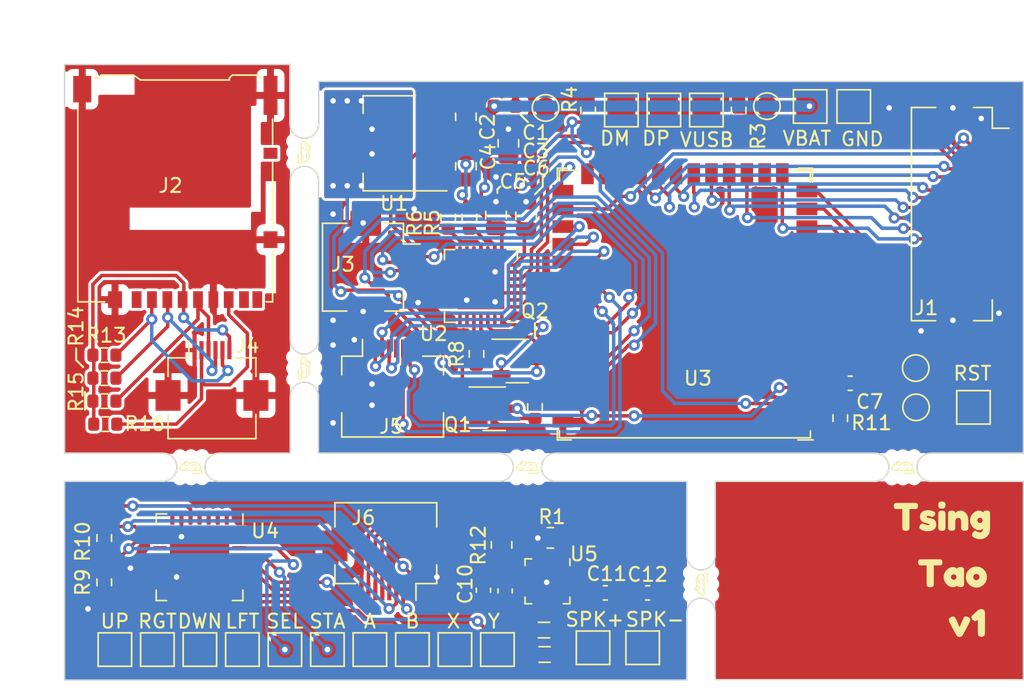
<source format=kicad_pcb>
(kicad_pcb (version 20241229) (generator "pcbnew") (generator_version "9.0")
  (layers (0 "F.Cu" signal) (2 "B.Cu" signal) (13 "F.Paste" user) (15 "B.Paste" user) (5 "F.SilkS" user "F.Silkscreen") (7 "B.SilkS" user "B.Silkscreen") (1 "F.Mask" user) (3 "B.Mask" user) (25 "Edge.Cuts" user))
  (net 0 "")
  (net 1 "GND")
  (net 2 "+3V3")
  (net 3 "Net-(PAD15-Pin_1)")
  (net 4 "/EN")
  (net 5 "/IO0")
  (net 6 "Net-(U2-VBUS)")
  (net 7 "Net-(PAD17-Pin_1)")
  (net 8 "Net-(U5-OUTP)")
  (net 9 "Net-(U5-OUTN)")
  (net 10 "/BACKLIGHT")
  (net 11 "/LCD_RST")
  (net 12 "/LCD_CS")
  (net 13 "/LCD_DC")
  (net 14 "/LCD_PCLK")
  (net 15 "/LCD_D0")
  (net 16 "/LCD_D1")
  (net 17 "/LCD_D2")
  (net 18 "/LCD_D3")
  (net 19 "/LCD_D4")
  (net 20 "/LCD_D5")
  (net 21 "/LCD_D6")
  (net 22 "/LCD_D7")
  (net 23 "/LCD_D8")
  (net 24 "/LCD_D9")
  (net 25 "/LCD_D10")
  (net 26 "/LCD_D11")
  (net 27 "/LCD_D12")
  (net 28 "/LCD_D13")
  (net 29 "/LCD_D14")
  (net 30 "/LCD_D15")
  (net 31 "Net-(J2-CLK)")
  (net 32 "/SDMMC_CS")
  (net 33 "/SDMMC_MOSI")
  (net 34 "/SDMMC_CLK")
  (net 35 "/SDMMC_MISO")
  (net 36 "Net-(J2-DAT3{slash}CD)")
  (net 39 "Net-(J2-CMD)")
  (net 40 "Net-(J2-DAT0)")
  (net 41 "Net-(J2-VDD)")
  (net 45 "/I2S/WS")
  (net 47 "/I2S/DATA_IN")
  (net 48 "Net-(PAD1-Pin_1)")
  (net 49 "VBUS")
  (net 50 "Net-(PAD2-Pin_1)")
  (net 51 "Net-(PAD3-Pin_1)")
  (net 52 "Net-(PAD4-Pin_1)")
  (net 53 "Net-(PAD5-Pin_1)")
  (net 54 "Net-(PAD6-Pin_1)")
  (net 55 "Net-(PAD7-Pin_1)")
  (net 56 "Net-(PAD8-Pin_1)")
  (net 57 "Net-(PAD9-Pin_1)")
  (net 58 "Net-(PAD10-Pin_1)")
  (net 59 "/I2C_SDA")
  (net 60 "/I2C_SCL")
  (net 61 "Net-(PAD12-Pin_1)")
  (net 62 "/TXD")
  (net 63 "Net-(PAD13-Pin_1)")
  (net 64 "/RXD")
  (net 65 "Net-(Q1-B)")
  (net 66 "Net-(Q1-E)")
  (net 67 "Net-(Q2-E)")
  (net 68 "Net-(Q2-B)")
  (net 69 "Net-(U5-GAIN_SLOT)")
  (net 70 "Net-(U2-~{RST})")
  (net 71 "Net-(U2-~{SUSPEND})")
  (net 72 "Net-(U5-~{SD_MODE})")
  (net 73 "Net-(U3-GPIO4{slash}TOUCH4{slash}ADC1_CH3)")
  (net 82 "/I2S_BCLK")
  (net 83 "/I2S_WS")
  (net 85 "/I2S_DATA_IN")
  (net 103 "/I2S/BCLK")
  (net 104 "/Expansion port/SCL")
  (net 106 "/Expansion port/SDA")
  (net 112 "Net-(PAD18-Pin_1)")
  (net 113 "+3.3VDAC")
  (net 114 "GND_DAC")
  (net 115 "GND_SD")
  (footprint "Capacitor_SMD:C_0805_2012Metric" (layer "F.Cu") (at 118.266 46.475 90)
    (property "Reference" "C2")
    (property "Value" "10uF" (hide yes))
  )
  (footprint "Package_DFN_QFN:QFN-28-1EP_5x5mm_P0.5mm_EP3.35x3.35mm" (layer "F.Cu") (at 119.343 58.6162 180)
    (property "Reference" "U2")
    (property "Value" "CP2102N-Axx-xQFN28" (hide yes))
  )
  (footprint "TestPoint:TestPoint_Pad_2.0x2.0mm" (layer "F.Cu") (at 146.079 45.7384 180)
    (property "Reference" "PAD16" (hide yes))
    (property "Value" "GND")
  )
  (footprint "lib:virtu" (layer "F.Cu") (at 143.002 79.756)
    (property "Reference" "G***" (hide yes))
    (property "Value" "LOGO" (hide yes))
  )
  (footprint "Resistor_SMD:R_0603_1608Metric" (layer "F.Cu") (at 92.409 68.533)
    (property "Reference" "R16")
    (property "Value" "4.7k")
  )
  (footprint "Capacitor_SMD:C_0603_1608Metric" (layer "F.Cu") (at 119.525 80.456 -90)
    (property "Reference" "C10")
    (property "Value" "0.1uF" (hide yes))
  )
  (footprint "TestPoint:TestPoint_Pad_2.0x2.0mm" (layer "F.Cu") (at 142.9548 45.7384 180)
    (property "Reference" "PAD15" (hide yes))
    (property "Value" "VBAT")
  )
  (footprint "TestPoint:TestPoint_Pad_2.0x2.0mm" (layer "F.Cu") (at 117.479 84.709 180)
    (property "Reference" "PAD6" (hide yes))
    (property "Value" "X")
  )
  (footprint "Capacitor_SMD:C_0805_2012Metric" (layer "F.Cu") (at 121.314 48.38 90)
    (property "Reference" "C3")
    (property "Value" "10uF" (hide yes))
  )
  (footprint "TestPoint:TestPoint_Pad_2.0x2.0mm" (layer "F.Cu") (at 108.335 84.709 180)
    (property "Reference" "PAD1" (hide yes))
    (property "Value" "STA")
  )
  (footprint "Resistor_SMD:R_0603_1608Metric" (layer "F.Cu") (at 116.996 53.714 90)
    (property "Reference" "R6")
    (property "Value" "10k")
  )
  (footprint "Resistor_SMD:R_0603_1608Metric" (layer "F.Cu") (at 145.1138 68.1026 90)
    (property "Reference" "R11")
    (property "Value" "10k")
  )
  (footprint "Capacitor_SMD:C_0603_1608Metric" (layer "F.Cu") (at 128.264 80.645)
    (property "Reference" "C11")
    (property "Value" "220pf" (hide yes))
  )
  (footprint "Resistor_SMD:R_0603_1608Metric" (layer "F.Cu") (at 92.345 66.882)
    (property "Reference" "R15")
    (property "Value" "4.7k")
  )
  (footprint "Connector_FFC-FPC:Hirose_FH12-6S-0.5SH_1x06-1MP_P0.50mm_Horizontal" (layer "F.Cu") (at 100.059 65.075)
    (property "Reference" "J4")
    (property "Value" "Conn_01x06_MountingPin")
  )
  (footprint "mouse-bite:mouse-bite-2mm-4mm" (layer "F.Cu") (at 135.128 80.01 90)
    (property "Reference" "mouse-bite-2mm-4mm" (hide yes))
    (property "Value" "VAL**" (hide yes))
  )
  (footprint "Connector_FFC-FPC:Hirose_FH12-8S-0.5SH_1x08-1MP_P0.50mm_Horizontal" (layer "F.Cu") (at 112.526 78.674 180)
    (property "Reference" "J6")
    (property "Value" "Conn_01x08_MountingPin")
  )
  (footprint "Resistor_SMD:R_0603_1608Metric" (layer "F.Cu") (at 92.333 76.708 -90)
    (property "Reference" "R10")
    (property "Value" "4.7k")
  )
  (footprint "TestPoint:TestPoint_Pad_D1.5mm" (layer "F.Cu") (at 123.981 45.84)
    (property "Reference" "TP16" (hide yes))
    (property "Value" "TestPoint" (hide yes))
  )
  (footprint "TestPoint:TestPoint_Pad_2.0x2.0mm" (layer "F.Cu") (at 154.6642 67.3284)
    (property "Reference" "PAD14" (hide yes))
    (property "Value" "RST")
  )
  (footprint "TestPoint:TestPoint_Pad_2.0x2.0mm" (layer "F.Cu") (at 99.191 84.709 180)
    (property "Reference" "PAD4" (hide yes))
    (property "Value" "DWN")
  )
  (footprint "Resistor_SMD:R_0603_1608Metric" (layer "F.Cu") (at 92.345 63.58)
    (property "Reference" "R13")
    (property "Value" "4.7k")
  )
  (footprint "TestPoint:TestPoint_Pad_2.0x2.0mm" (layer "F.Cu") (at 129.4166 45.9924)
    (property "Reference" "PAD12" (hide yes))
    (property "Value" "DM")
  )
  (footprint "TestPoint:TestPoint_Pad_2.0x2.0mm" (layer "F.Cu") (at 96.143 84.709 180)
    (property "Reference" "PAD7" (hide yes))
    (property "Value" "RGT")
  )
  (footprint "Connector_FFC-FPC:Hirose_FH12-8S-0.5SH_1x08-1MP_P0.50mm_Horizontal" (layer "F.Cu") (at 113.013 64.956)
    (property "Reference" "J5")
    (property "Value" "Conn_01x08_MountingPin" (hide yes))
  )
  (footprint "TestPoint:TestPoint_Pad_2.0x2.0mm" (layer "F.Cu") (at 111.383 84.709 180)
    (property "Reference" "PAD5" (hide yes))
    (property "Value" "A")
  )
  (footprint "mouse-bite:mouse-bite-2mm-4mm" (layer "F.Cu") (at 122.682 71.628)
    (property "Reference" "mouse-bite-2mm-4mm" (hide yes))
    (property "Value" "VAL**" (hide yes))
  )
  (footprint "Resistor_SMD:R_0603_1608Metric" (layer "F.Cu") (at 137.824 46.03 -90)
    (property "Reference" "R3")
    (property "Value" "22.1k")
  )
  (footprint "TestPoint:TestPoint_Pad_2.0x2.0mm" (layer "F.Cu") (at 127.385 84.582 90)
    (property "Reference" "PAD17" (hide yes))
    (property "Value" "SPK+")
  )
  (footprint "TestPoint:TestPoint_Pad_2.0x2.0mm" (layer "F.Cu") (at 102.239 84.709 180)
    (property "Reference" "PAD8" (hide yes))
    (property "Value" "LFT")
  )
  (footprint "kibuzzard-693B4E54" (layer "F.Cu") (at 153.162 79.248)
    (property "Reference" "kibuzzard-693B4E54" (hide yes))
    (property "Value" "G***" (hide yes))
  )
  (footprint "mouse-bite:mouse-bite-2mm-4mm" (layer "F.Cu") (at 149.606 71.628)
    (property "Reference" "mouse-bite-2mm-4mm" (hide yes))
    (property "Value" "VAL**" (hide yes))
  )
  (footprint "kibuzzard-693B4E6F" (layer "F.Cu") (at 154.178 82.804)
    (property "Reference" "kibuzzard-693B4E6F" (hide yes))
    (property "Value" "G***" (hide yes))
  )
  (footprint "TestPoint:TestPoint_Pad_D1.5mm" (layer "F.Cu") (at 150.524 64.509)
    (property "Reference" "TP11" (hide yes))
    (property "Value" "TestPoint" (hide yes))
  )
  (footprint "Resistor_SMD:R_0805_2012Metric" (layer "F.Cu") (at 120.8255 77.201 90)
    (property "Reference" "R12")
    (property "Value" "1M")
  )
  (footprint "Connector_FFC-FPC:Hirose_FH12-24S-0.5SH_1x24-1MP_P0.50mm_Horizontal" (layer "F.Cu") (at 154.715 53.46 -90)
    (property "Reference" "J1")
    (property "Value" "Conn_01x24_MountingPin")
  )
  (footprint "Capacitor_SMD:C_0603_1608Metric" (layer "F.Cu") (at 131.299 80.645)
    (property "Reference" "C12")
    (property "Value" "220pf" (hide yes))
  )
  (footprint "Package_TO_SOT_SMD:SOT-23-3" (layer "F.Cu") (at 120.298 67.43)
    (property "Reference" "Q1")
    (property "Value" "SS8050" (hide yes))
  )
  (footprint "mouse-bite:mouse-bite-2mm-4mm" (layer "F.Cu") (at 106.68 49.022 -90)
    (property "Reference" "mouse-bite-2mm-4mm" (hide yes))
    (property "Value" "VAL**" (hide yes))
  )
  (footprint "TestPoint:TestPoint_Pad_2.0x2.0mm" (layer "F.Cu") (at 114.431 84.709 180)
    (property "Reference" "PAD9" (hide yes))
    (property "Value" "B")
  )
  (footprint "Package_TO_SOT_SMD:SOT-223-3_TabPin2" (layer "F.Cu") (at 112.805 48.38 180)
    (property "Reference" "U1")
    (property "Value" "AMS1117-3.3" (hide yes))
  )
  (footprint "Connector_Card:microSD_HC_Hirose_DM3AT-SF-PEJM5" (layer "F.Cu") (at 97.431 51.871 180)
    (property "Reference" "J2")
    (property "Value" "Micro_SD_Card_Det_Hirose_DM3AT")
  )
  (footprint "Capacitor_SMD:C_0805_2012Metric" (layer "F.Cu") (at 118.266 50.031 -90)
    (property "Reference" "C4")
    (property "Value" "100nF" (hide yes))
  )
  (footprint "Capacitor_SMD:C_0603_1608Metric" (layer "F.Cu") (at 121.0795 80.503 90)
    (property "Reference" "C9" (hide yes))
    (property "Value" "10uF" (hide yes))
  )
  (footprint "TestPoint:TestPoint_Pad_2.0x2.0mm" (layer "F.Cu") (at 120.527 84.709 180)
    (property "Reference" "PAD10" (hide yes))
    (property "Value" "Y")
  )
  (footprint "Resistor_SMD:R_0603_1608Metric" (layer "F.Cu") (at 119.028 63.493 90)
    (property "Reference" "R8")
    (property "Value" "10k" (hide yes))
  )
  (footprint "Connector_FFC-FPC:Hirose_FH12-6S-0.5SH_1x06-1MP_P0.50mm_Horizontal" (layer "F.Cu") (at 112.485 57.27 -90)
    (property "Reference" "J3")
    (property "Value" "Conn_01x06_MountingPin" (hide yes))
  )
  (footprint "TestPoint:TestPoint_Pad_2.0x2.0mm" (layer "F.Cu") (at 132.4646 45.9924)
    (property "Reference" "PAD13" (hide yes))
    (property "Value" "DP")
  )
  (footprint "Espressif:ESP32-S3-WROOM-1U" (layer "F.Cu") (at 133.972 60.066 180)
    (property "Reference" "U3")
    (property "Value" "ESP32-S3-WROOM-1")
  )
  (footprint "mouse-bite:mouse-bite-2mm-4mm" (layer "F.Cu") (at 106.68 64.516 -90)
    (property "Reference" "mouse-bite-2mm-4mm" (hide yes))
    (property "Value" "VAL**" (hide yes))
  )
  (footprint "Capacitor_SMD:C_0603_1608Metric" (layer "F.Cu") (at 121.047 45.713)
    (property "Reference" "C1")
    (property "Value" "100nF" (hide yes))
  )
  (footprint "kibuzzard-693B4E49" (layer "F.Cu") (at 152.4 75.438)
    (property "Reference" "kibuzzard-693B4E49" (hide yes))
    (property "Value" "G***" (hide yes))
  )
  (footprint "Capacitor_SMD:C_0805_2012Metric" (layer "F.Cu") (at 120.425 53.521 90)
    (property "Reference" "C5")
    (property "Value" "1uF" (hide yes))
  )
  (footprint "Inductor_SMD:L_0805_2012Metric" (layer "F.Cu") (at 123.9125 85.06425 180)
    (property "Reference" "FB2" (hide yes))
    (property "Value" "FerriteBead_Small")
  )
  (footprint "TestPoint:TestPoint_Pad_2.0x2.0mm" (layer "F.Cu") (at 130.941 84.582 90)
    (property "Reference" "PAD18" (hide yes))
    (property "Value" "SPK-")
  )
  (footprint "TestPoint:TestPoint_Pad_2.0x2.0mm" (layer "F.Cu") (at 135.5126 45.9924)
    (property "Reference" "PAD11" (hide yes))
    (property "Value" "VUSB")
  )
  (footprint "TestPoint:TestPoint_Pad_D1.5mm" (layer "F.Cu") (at 139.856 45.713)
    (property "Reference" "TP15" (hide yes))
    (property "Value" "TestPoint" (hide yes))
  )
  (footprint "TestPoint:TestPoint_Pad_2.0x2.0mm" (layer "F.Cu") (at 105.287 84.709 180)
    (property "Reference" "PAD2" (hide yes))
    (property "Value" "SEL")
  )
  (footprint "Capacitor_SMD:C_0603_1608Metric" (layer "F.Cu") (at 145.825 65.6012)
    (property "Reference" "C7")
    (property "Value" "100nF")
  )
  (footprint "Resistor_SMD:R_0603_1608Metric" (layer "F.Cu") (at 123.219 67.303 90)
    (property "Reference" "R7" (hide yes))
    (property "Value" "10k" (hide yes))
  )
  (footprint "Package_DFN_QFN:QFN-28-1EP_6x6mm_P0.65mm_EP4.25x4.25mm" (layer "F.Cu") (at 99.168 78.082 -90)
    (property "Reference" "U4")
    (property "Value" "MCP23017_ML")
  )
  (footprint "Resistor_SMD:R_0603_1608Metric" (layer "F.Cu") (at 118.52 53.714 -90)
    (property "Reference" "R5")
    (property "Value" "1k")
  )
  (footprint "Package_TO_SOT_SMD:SOT-23-3" (layer "F.Cu") (at 121.949 64.001)
    (property "Reference" "Q2")
    (property "Value" "SS8050" (hide yes))
  )
  (footprint "Inductor_SMD:L_0805_2012Metric" (layer "F.Cu") (at 123.866 83.312)
    (property "Reference" "FB1" (hide yes))
    (property "Value" "FerriteBead_Small")
  )
  (footprint "mouse-bite:mouse-bite-2mm-4mm" (layer "F.Cu") (at 98.552 71.628)
    (property "Reference" "mouse-bite-2mm-4mm" (hide yes))
    (property "Value" "VAL**" (hide yes))
  )
  (footprint "Resistor_SMD:R_0805_2012Metric" (layer "F.Cu") (at 124.3225 76.693 180)
    (property "Reference" "R1")
    (property "Value" "100k / 0" (hide yes))
  )
  (footprint "TestPoint:TestPoint_Pad_2.0x2.0mm" (layer "F.Cu") (at 93.095 84.709 180)
    (property "Reference" "PAD3" (hide yes))
    (property "Value" "UP")
  )
  (footprint "Capacitor_SMD:C_0805_2012Metric" (layer "F.Cu") (at 122.584 53.587 -90)
    (property "Reference" "C6")
    (property "Value" "10uF" (hide yes))
  )
  (footprint "Package_DFN_QFN:TQFN-16-1EP_3x3mm_P0.5mm_EP1.23x1.23mm" (layer "F.Cu") (at 124.116 79.812 -90)
    (property "Reference" "U5")
    (property "Value" "MAX98357A")
  )
  (footprint "Resistor_SMD:R_0603_1608Metric" (layer "F.Cu") (at 127.029 46.031 90)
    (property "Reference" "R4")
    (property "Value" "47.5k" (hide yes))
  )
  (footprint "Resistor_SMD:R_0603_1608Metric" (layer "F.Cu") (at 92.345 65.231)
    (property "Reference" "R14")
    (property "Value" "4.7k")
  )
  (footprint "TestPoint:TestPoint_Pad_D1.5mm" (layer "F.Cu") (at 150.5494 67.3284)
    (property "Reference" "TP1" (hide yes))
    (property "Value" "TestPoint" (hide yes))
  )
  (footprint "Resistor_SMD:R_0603_1608Metric" (layer "F.Cu") (at 92.333 79.883 -90)
    (property "Reference" "R9")
    (property "Value" "4.7k")
  )
  (gr_line (start 90.319 63.936) (end 90.827 64.444) (stroke (width 0.15)) (layer "F.SilkS"))
  (gr_line (start 122.711 46.856) (end 122.203 46.348) (stroke (width 0.15)) (layer "F.SilkS"))
  (gr_line (start 120.7298 51.4788) (end 120.5266 51.682) (stroke (width 0.15)) (layer "F.SilkS"))
  (gr_line (start 123.219 61.2832) (end 123.219 62.35) (stroke (width 0.15)) (layer "F.SilkS"))
  (gr_line (start 90.954 66.222) (end 90.954 67.492) (stroke (width 0.15)) (layer "F.SilkS"))
  (gr_line (start 90.319 63.1105) (end 90.319 63.936) (stroke (width 0.15)) (layer "F.SilkS"))
  (gr_line (start 120.5266 51.682) (end 120.5266 51.936) (stroke (width 0.15)) (layer "F.SilkS"))
  (gr_line (start 123.7778 51.4788) (end 123.219 52.0376) (stroke (width 0.15)) (layer "F.SilkS"))
  (gr_line (start 123.7778 50.7676) (end 123.7778 51.4788) (stroke (width 0.15)) (layer "F.SilkS"))
  (gr_line (start 136.144 86.868) (end 158.242 86.868) (stroke (width 0.1)) (layer "Edge.Cuts"))
  (gr_line (start 89.487 86.901) (end 134.112 86.901) (stroke (width 0.1)) (layer "Edge.Cuts"))
  (gr_line (start 89.487 72.644) (end 96.52 72.644) (stroke (width 0.1)) (layer "Edge.Cuts"))
  (gr_line (start 108.204 43.942) (end 158.242 43.942) (stroke (width 0.1)) (layer "Edge.Cuts"))
  (gr_line (start 96.52 70.612) (end 89.49 70.612) (stroke (width 0.1)) (layer "Edge.Cuts"))
  (gr_line (start 105.664 70.612) (end 100.584 70.612) (stroke (width 0.1)) (layer "Edge.Cuts"))
  (gr_line (start 89.49 42.727) (end 105.647 42.723) (stroke (width 0.1)) (layer "Edge.Cuts"))
  (gr_arc (start 100.584 72.644) (mid 99.568 71.628) (end 100.584 70.612) (stroke (width 0.1)) (layer "Edge.Cuts"))
  (gr_line (start 151.638 70.612) (end 158.242 70.612) (stroke (width 0.1)) (layer "Edge.Cuts"))
  (gr_line (start 134.112 72.644) (end 124.714 72.644) (stroke (width 0.1)) (layer "Edge.Cuts"))
  (gr_line (start 107.714258 46.99) (end 107.714258 43.942) (stroke (width 0.1)) (layer "Edge.Cuts"))
  (gr_line (start 100.584 72.644) (end 120.65 72.644) (stroke (width 0.1)) (layer "Edge.Cuts"))
  (gr_line (start 158.242 43.942) (end 158.242 70.358) (stroke (width 0.1)) (layer "Edge.Cuts"))
  (gr_line (start 134.112 82.042) (end 134.112 86.901) (stroke (width 0.1)) (layer "Edge.Cuts"))
  (gr_arc (start 105.664 66.548) (mid 106.68 65.532) (end 107.696 66.548) (stroke (width 0.1)) (layer "Edge.Cuts"))
  (gr_line (start 151.638 72.644) (end 158.242 72.644) (stroke (width 0.1)) (layer "Edge.Cuts"))
  (gr_arc (start 107.714258 46.99) (mid 106.705508 48.023943) (end 105.647 47.041) (stroke (width 0.1)) (layer "Edge.Cuts"))
  (gr_line (start 105.664 51.054) (end 105.664 62.484) (stroke (width 0.1)) (layer "Edge.Cuts"))
  (gr_arc (start 147.574 70.612) (mid 148.59 71.628) (end 147.574 72.644) (stroke (width 0.1)) (layer "Edge.Cuts"))
  (gr_line (start 136.144 72.644) (end 136.144 77.978) (stroke (width 0.1)) (layer "Edge.Cuts"))
  (gr_line (start 136.144 82.042) (end 136.144 86.868) (stroke (width 0.1)) (layer "Edge.Cuts"))
  (gr_arc (start 107.696 62.484) (mid 106.68 63.5) (end 105.664 62.484) (stroke (width 0.1)) (layer "Edge.Cuts"))
  (gr_line (start 124.714 70.612) (end 147.574 70.612) (stroke (width 0.1)) (layer "Edge.Cuts"))
  (gr_arc (start 134.112 82.042) (mid 135.128 81.026) (end 136.144 82.042) (stroke (width 0.1)) (layer "Edge.Cuts"))
  (gr_arc (start 120.65 70.612) (mid 121.666 71.628) (end 120.65 72.644) (stroke (width 0.1)) (layer "Edge.Cuts"))
  (gr_line (start 105.647 42.723) (end 105.647 47.041) (stroke (width 0.1)) (layer "Edge.Cuts"))
  (gr_line (start 158.242 72.644) (end 158.242 86.868) (stroke (width 0.1)) (layer "Edge.Cuts"))
  (gr_arc (start 96.52 70.612) (mid 97.536 71.628) (end 96.52 72.644) (stroke (width 0.1)) (layer "Edge.Cuts"))
  (gr_line (start 107.714258 43.942) (end 108.204 43.942) (stroke (width 0.1)) (layer "Edge.Cuts"))
  (gr_arc (start 151.638 72.644) (mid 150.622 71.628) (end 151.638 70.612) (stroke (width 0.1)) (layer "Edge.Cuts"))
  (gr_line (start 107.696 62.484) (end 107.696 51.054) (stroke (width 0.1)) (layer "Edge.Cuts"))
  (gr_line (start 89.49 69.9475) (end 89.49 42.727) (stroke (width 0.1)) (layer "Edge.Cuts"))
  (gr_line (start 158.242 70.358) (end 158.242 70.612) (stroke (width 0.1)) (layer "Edge.Cuts"))
  (gr_line (start 147.574 72.644) (end 136.144 72.644) (stroke (width 0.1)) (layer "Edge.Cuts"))
  (gr_line (start 89.49 69.9475) (end 89.49 70.612) (stroke (width 0.1)) (layer "Edge.Cuts"))
  (gr_line (start 107.696 70.612) (end 120.65 70.612) (stroke (width 0.1)) (layer "Edge.Cuts"))
  (gr_arc (start 124.714 72.644) (mid 123.698 71.628) (end 124.714 70.612) (stroke (width 0.1)) (layer "Edge.Cuts"))
  (gr_line (start 134.112 72.644) (end 134.112 77.978) (stroke (width 0.1)) (layer "Edge.Cuts"))
  (gr_arc (start 105.664 51.054) (mid 106.68 50.038) (end 107.696 51.054) (stroke (width 0.1)) (layer "Edge.Cuts"))
  (gr_arc (start 136.144 77.978) (mid 135.128 78.994) (end 134.112 77.978) (stroke (width 0.1)) (layer "Edge.Cuts"))
  (gr_line (start 107.696 66.548) (end 107.696 70.612) (stroke (width 0.1)) (layer "Edge.Cuts"))
  (gr_line (start 105.664 66.548) (end 105.664 70.612) (stroke (width 0.1)) (layer "Edge.Cuts"))
  (gr_line (start 89.487 72.644) (end 89.487 86.901) (stroke (width 0.1)) (layer "Edge.Cuts"))
  (segment (start 121.793 59.1162) (end 119.843 59.1162) (width 0.25) (layer "F.Cu") (net 1))
  (segment (start 116.256 50.981) (end 115.955 50.68) (width 0.8) (layer "F.Cu") (net 1))
  (segment (start 119.843 59.1162) (end 119.343 58.6162) (width 0.25) (layer "F.Cu") (net 1))
  (segment (start 118.266 50.981) (end 116.256 50.981) (width 0.8) (layer "F.Cu") (net 1))
  (via (at 153.191 61.08) (size 0.8) (drill 0.4) (layers "F.Cu" "B.Cu") (net 1))
  (via (at 120.359 57.6002) (size 0.8) (drill 0.4) (layers "F.Cu" "B.Cu") (net 1))
  (via (at 108.741 68.446) (size 0.8) (drill 0.4) (layers "F.Cu" "B.Cu") (net 1))
  (via (at 108.741 61.08) (size 0.8) (drill 0.4) (layers "F.Cu" "B.Cu") (net 1))
  (via (at 148.619 45.84) (size 0.8) (drill 0.4) (layers "F.Cu" "B.Cu") (net 1))
  (via (at 120.425 52.571) (size 0.8) (drill 0.4) (layers "F.Cu" "B.Cu") (net 1))
  (via (at 122.584 52.571) (size 0.8) (drill 0.4) (layers "F.Cu" "B.Cu") (net 1))
  (via (at 155.223 46.602) (size 0.8) (drill 0.4) (layers "F.Cu" "B.Cu") (net 1))
  (via (at 150.905 61.842) (size 0.8) (drill 0.4) (layers "F.Cu" "B.Cu") (net 1))
  (via (at 110.9 54.095) (size 0.8) (drill 0.4) (layers "F.Cu" "B.Cu") (net 1))
  (via (at 110.9 60.445) (size 0.8) (drill 0.4) (layers "F.Cu" "B.Cu") (net 1))
  (via (at 120.425 50.793) (size 0.8) (drill 0.4) (layers "F.Cu" "B.Cu") (net 1))
  (via (at 118.327 59.6322) (size 0.8) (drill 0.4) (layers "F.Cu" "B.Cu") (net 1))
  (via (at 108.741 53.46) (size 0.8) (drill 0.4) (layers "F.Cu" "B.Cu") (net 1))
  (via (at 114.554 53.086) (size 0.8) (drill 0.4) (layers "F.Cu" "B.Cu") (net 1))
  (via (at 153.191 45.84) (size 0.8) (drill 0.4) (layers "F.Cu" "B.Cu") (net 1))
  (via (at 121.314 47.364) (size 0.8) (drill 0.4) (layers "F.Cu" "B.Cu") (net 1))
  (via (at 156.493 60.572) (size 0.8) (drill 0.4) (layers "F.Cu" "B.Cu") (net 1))
  (via (at 108.741 62.858) (size 0.8) (drill 0.4) (layers "F.Cu" "B.Cu") (net 1))
  (via (at 111.535 67.176) (size 0.8) (drill 0.4) (layers "F.Cu" "B.Cu") (net 1))
  (via (at 110.265 62.477) (size 0.8) (drill 0.4) (layers "F.Cu" "B.Cu") (net 1))
  (via (at 114.837 59.81) (size 0.8) (drill 0.4) (layers "F.Cu" "B.Cu") (net 1))
  (via (at 111.535 65.652) (size 0.8) (drill 0.4) (layers "F.Cu" "B.Cu") (net 1))
  (via (at 120.359 59.7592) (size 0.8) (drill 0.4) (layers "F.Cu" "B.Cu") (net 1))
  (segment (start 114.763 63.106) (end 114.763 61.768) (width 0.25) (layer "F.Cu") (net 2))
  (segment (start 122.457 56.4522) (end 121.793 57.1162) (width 0.25) (layer "F.Cu") (net 2))
  (segment (start 118.266 49.081) (end 121.065 49.081) (width 0.25) (layer "F.Cu") (net 2))
  (segment (start 157.636 51.023) (end 157.636 68.065) (width 0.25) (layer "F.Cu") (net 2))
  (segment (start 121.534 53.487) (end 122.584 54.537) (width 0.25) (layer "F.Cu") (net 2))
  (segment (start 138.339 67.056) (end 142.722 67.056) (width 0.25) (layer "F.Cu") (net 2))
  (segment (start 157.347 47.71) (end 157.636 47.999) (width 0.25) (layer "F.Cu") (net 2))
  (segment (start 117.565 48.38) (end 118.266 49.081) (width 0.25) (layer "F.Cu") (net 2))
  (segment (start 145.2144 68.827) (end 145.1138 68.9276) (width 0.25) (layer "F.Cu") (net 2))
  (segment (start 109.4014 58.921) (end 109.2998 59.0226) (width 0.25) (layer "F.Cu") (net 2))
  (segment (start 121.793 57.1162) (end 121.793 57.6162) (width 0.25) (layer "F.Cu") (net 2))
  (segment (start 115.955 48.38) (end 115.4466 48.38) (width 0.25) (layer "F.Cu") (net 2))
  (segment (start 114.763 61.768) (end 112.7034 59.7084) (width 0.25) (layer "F.Cu") (net 2))
  (segment (start 157.449 51.21) (end 156.499 51.21) (width 0.25) (layer "F.Cu") (net 2))
  (segment (start 121.534 52.148827) (end 121.534 53.487) (width 0.25) (layer "F.Cu") (net 2))
  (segment (start 118.266 49.081) (end 118.266 49.8815) (width 0.25) (layer "F.Cu") (net 2))
  (segment (start 114.335 55.625) (end 114.335 56.02) (width 0.25) (layer "F.Cu") (net 2))
  (segment (start 145.1138 68.7508) (end 145.1138 68.9276) (width 0.25) (layer "F.Cu") (net 2))
  (segment (start 157.636 68.065) (end 156.874 68.827) (width 0.25) (layer "F.Cu") (net 2))
  (segment (start 122.293 51.389827) (end 121.534 52.148827) (width 0.25) (layer "F.Cu") (net 2))
  (segment (start 122.457 54.537) (end 122.457 56.4522) (width 0.25) (layer "F.Cu") (net 2))
  (segment (start 157.636 47.999) (end 157.636 51.023) (width 0.25) (layer "F.Cu") (net 2))
  (segment (start 115.4466 48.38) (end 112.8812 50.9454) (width 0.25) (layer "F.Cu") (net 2))
  (segment (start 121.065 49.081) (end 121.314 49.33) (width 0.25) (layer "F.Cu") (net 2))
  (segment (start 112.3224 58.921) (end 109.4014 58.921) (width 0.25) (layer "F.Cu") (net 2))
  (segment (start 112.8812 54.1712) (end 114.335 55.625) (width 0.25) (layer "F.Cu") (net 2))
  (segment (start 157.636 51.023) (end 157.449 51.21) (width 0.25) (layer "F.Cu") (net 2))
  (segment (start 138.332 67.049) (end 138.339 67.056) (width 0.25) (layer "F.Cu") (net 2))
  (segment (start 118.012 52.254) (end 118.647 52.889) (width 0.25) (layer "F.Cu") (net 2))
  (segment (start 115.955 48.38) (end 117.565 48.38) (width 0.25) (layer "F.Cu") (net 2))
  (segment (start 112.8812 50.9454) (end 112.8812 54.1712) (width 0.25) (layer "F.Cu") (net 2))
  (segment (start 143.419 67.056) (end 145.1138 68.7508) (width 0.25) (layer "F.Cu") (net 2))
  (segment (start 123.981 46.663) (end 123.981 45.84) (width 0.25) (layer "F.Cu") (net 2))
  (segment (start 118.012 52.0805) (end 118.012 52.254) (width 0.25) (layer "F.Cu") (net 2))
  (segment (start 122.293 50.309) (end 122.293 51.389827) (width 0.25) (layer "F.Cu") (net 2))
  (segment (start 109.2998 59.0226) (end 109.466 59.1888) (width 0.25) (layer "F.Cu") (net 2))
  (segment (start 112.7034 59.302) (end 112.3224 58.921) (width 0.25) (layer "F.Cu") (net 2))
  (segment (start 142.722 67.056) (end 143.419 67.056) (width 0.25) (layer "F.Cu") (net 2))
  (segment (start 112.7034 59.7084) (end 112.7034 59.302) (width 0.25) (layer "F.Cu") (net 2))
  (segment (start 121.314 49.33) (end 122.293 50.309) (width 0.25) (layer "F.Cu") (net 2))
  (segment (start 156.499 47.71) (end 157.347 47.71) (width 0.25) (layer "F.Cu") (net 2))
  (segment (start 121.314 49.33) (end 123.981 46.663) (width 0.25) (layer "F.Cu") (net 2))
  (segment (start 156.874 68.827) (end 145.2144 68.827) (width 0.25) (layer "F.Cu") (net 2))
  (via (at 138.332 67.049) (size 0.8) (drill 0.4) (layers "F.Cu" "B.Cu") (net 2))
  (via (at 122.293 51.389827) (size 0.8) (drill 0.4) (layers "F.Cu" "B.Cu") (net 2))
  (via (at 110.773 51.428) (size 0.8) (drill 0.4) (layers "F.Cu" "B.Cu") (net 2))
  (via (at 110.773 45.332) (size 0.8) (drill 0.4) (layers "F.Cu" "B.Cu") (net 2))
  (via (at 108.741 51.428) (size 0.8) (drill 0.4) (layers "F.Cu" "B.Cu") (net 2))
  (via (at 111.535 49.142) (size 0.8) (drill 0.4) (layers "F.Cu" "B.Cu") (net 2))
  (via (at 118.012 52.0805) (size 0.8) (drill 0.4) (layers "F.Cu" "B.Cu") (net 2))
  (via (at 118.266 49.8815) (size 0.8) (drill 0.4) (layers "F.Cu" "B.Cu") (net 2))
  (via (at 109.757 45.332) (size 0.8) (drill 0.4) (layers "F.Cu" "B.Cu") (net 2))
  (via (at 108.741 45.332) (size 0.8) (drill 0.4) (layers "F.Cu" "B.Cu") (net 2))
  (via (at 109.2998 59.0226) (size 0.8) (drill 0.4) (layers "F.Cu" "B.Cu") (net 2))
  (via (at 111.535 47.364) (size 0.8) (drill 0.4) (layers "F.Cu" "B.Cu") (net 2))
  (via (at 109.757 51.428) (size 0.8) (drill 0.4) (layers "F.Cu" "B.Cu") (net 2))
  (segment (start 132.363 56.248416) (end 127.901584 51.787) (width 0.25) (layer "B.Cu") (net 2))
  (segment (start 118.266 51.8265) (end 118.012 52.0805) (width 0.25) (layer "B.Cu") (net 2))
  (segment (start 109.757 54.1204) (end 109.757 51.428) (width 0.25) (layer "B.Cu") (net 2))
  (segment (start 108.799 55.0784) (end 109.757 54.1204) (width 0.25) (layer "B.Cu") (net 2))
  (segment (start 109.2998 59.0226) (end 108.799 58.5218) (width 0.25) (layer "B.Cu") (net 2))
  (segment (start 133.252 67.049) (end 132.363 66.16) (width 0.25) (layer "B.Cu") (net 2))
  (segment (start 122.965 51.301) (end 124.894188 49.371812) (width 0.25) (layer "B.Cu") (net 2))
  (segment (start 122.965 51.301) (end 122.381827 51.301) (width 0.25) (layer "B.Cu") (net 2))
  (segment (start 108.799 58.5218) (end 108.799 55.0784) (width 0.25) (layer "B.Cu") (net 2))
  (segment (start 138.332 67.049) (end 133.252 67.049) (width 0.25) (layer "B.Cu") (net 2))
  (segment (start 122.381827 51.301) (end 122.293 51.389827) (width 0.25) (layer "B.Cu") (net 2))
  (segment (start 132.363 66.16) (end 132.363 56.248416) (width 0.25) (layer "B.Cu") (net 2))
  (segment (start 126.213007 49.371812) (end 127.901584 51.060389) (width 0.25) (layer "B.Cu") (net 2))
  (segment (start 127.901584 51.060389) (end 127.901584 51.787) (width 0.25) (layer "B.Cu") (net 2))
  (segment (start 118.266 51.6995) (end 118.266 51.8265) (width 0.25) (layer "B.Cu") (net 2))
  (segment (start 118.266 49.8815) (end 118.266 51.6995) (width 0.25) (layer "B.Cu") (net 2))
  (segment (start 124.894188 49.371812) (end 126.213007 49.371812) (width 0.25) (layer "B.Cu") (net 2))
  (segment (start 142.9294 45.7384) (end 142.904 45.713) (width 0.8) (layer "F.Cu") (net 3))
  (segment (start 139.856 45.713) (end 142.9294 45.713) (width 0.8) (layer "F.Cu") (net 3))
  (segment (start 142.9294 45.713) (end 142.9548 45.7384) (width 0.8) (layer "F.Cu") (net 3))
  (segment (start 117.95 47.425) (end 118.266 47.425) (width 0.8) (layer "F.Cu") (net 3))
  (segment (start 118.713 47.425) (end 120.425 45.713) (width 0.8) (layer "F.Cu") (net 3))
  (segment (start 142.9548 45.7384) (end 142.9294 45.7384) (width 0.8) (layer "F.Cu") (net 3))
  (segment (start 116.605 46.08) (end 117.95 47.425) (width 0.8) (layer "F.Cu") (net 3))
  (segment (start 115.955 46.08) (end 116.605 46.08) (width 0.8) (layer "F.Cu") (net 3))
  (segment (start 118.266 47.425) (end 118.713 47.425) (width 0.8) (layer "F.Cu") (net 3))
  (via (at 120.298 45.713) (size 0.8) (drill 0.4) (layers "F.Cu" "B.Cu") (net 3))
  (via (at 142.904 45.713) (size 0.8) (drill 0.4) (layers "F.Cu" "B.Cu") (net 3))
  (segment (start 142.904 45.713) (end 120.425 45.713) (width 0.8) (layer "B.Cu") (net 3))
  (segment (start 145.05 65.6012) (end 145.05 67.2138) (width 0.25) (layer "F.Cu") (net 4))
  (segment (start 121.9225 67.43) (end 121.949 67.4035) (width 0.25) (layer "F.Cu") (net 4))
  (segment (start 142.722 65.786) (end 144.8652 65.786) (width 0.25) (layer "F.Cu") (net 4))
  (segment (start 145.1646 67.3284) (end 150.5494 67.3284) (width 0.25) (layer "F.Cu") (net 4))
  (segment (start 144.8652 65.786) (end 145.05 65.6012) (width 0.25) (layer "F.Cu") (net 4))
  (segment (start 145.1138 67.2776) (end 145.1646 67.3284) (width 0.25) (layer "F.Cu") (net 4))
  (segment (start 145.05 67.2138) (end 145.1138 67.2776) (width 0.25) (layer "F.Cu") (net 4))
  (segment (start 140.745 65.906) (end 142.602 65.906) (width 0.25) (layer "F.Cu") (net 4))
  (segment (start 127.283 67.9065) (end 127.3145 67.938) (width 0.25) (layer "F.Cu") (net 4))
  (segment (start 150.5494 67.3284) (end 154.6642 67.3284) (width 0.25) (layer "F.Cu") (net 4))
  (segment (start 142.602 65.906) (end 142.722 65.786) (width 0.25) (layer "F.Cu") (net 4))
  (segment (start 127.3145 67.938) (end 130.331 67.938) (width 0.25) (layer "F.Cu") (net 4))
  (segment (start 121.4355 67.43) (end 121.9225 67.43) (width 0.25) (layer "F.Cu") (net 4))
  (via (at 130.331 67.938) (size 0.8) (drill 0.4) (layers "F.Cu" "B.Cu") (net 4))
  (via (at 127.283 67.9065) (size 0.8) (drill 0.4) (layers "F.Cu" "B.Cu") (net 4))
  (via (at 121.949 67.4035) (size 0.8) (drill 0.4) (layers "F.Cu" "B.Cu") (net 4))
  (via (at 140.745 65.906) (size 0.8) (drill 0.4) (layers "F.Cu" "B.Cu") (net 4))
  (segment (start 121.949 67.4035) (end 122.452 67.9065) (width 0.25) (layer "B.Cu") (net 4))
  (segment (start 122.452 67.9065) (end 127.283 67.9065) (width 0.25) (layer "B.Cu") (net 4))
  (segment (start 130.331 67.938) (end 138.713 67.938) (width 0.25) (layer "B.Cu") (net 4))
  (segment (start 138.713 67.938) (end 140.745 65.906) (width 0.25) (layer "B.Cu") (net 4))
  (segment (start 125.712566 50.096812) (end 125.124 50.685378) (width 0.25) (layer "F.Cu") (net 5))
  (segment (start 113.44 59.438305) (end 116.615 62.613305) (width 0.25) (layer "F.Cu") (net 5))
  (segment (start 116.615 62.858) (end 116.615 64.128) (width 0.25) (layer "F.Cu") (net 5))
  (segment (start 123.346 64.763) (end 123.346 64.2605) (width 0.25) (layer "F.Cu") (net 5))
  (segment (start 116.615 62.613305) (end 116.615 62.858) (width 0.25) (layer "F.Cu") (net 5))
  (segment (start 125.124 50.685378) (end 125.124 51.718) (width 0.25) (layer "F.Cu") (net 5))
  (segment (start 113.44 59.302) (end 113.44 59.438305) (width 0.25) (layer "F.Cu") (net 5))
  (segment (start 123.346 64.2605) (end 123.0865 64.001) (width 0.25) (layer "F.Cu") (net 5))
  (segment (start 125.124 51.718) (end 125.222 51.816) (width 0.25) (layer "F.Cu") (net 5))
  (via (at 113.44 59.302) (size 0.8) (drill 0.4) (layers "F.Cu" "B.Cu") (net 5))
  (via (at 116.615 64.128) (size 0.8) (drill 0.4) (layers "F.Cu" "B.Cu") (net 5))
  (via (at 125.712566 50.096812) (size 0.8) (drill 0.4) (layers "F.Cu" "B.Cu") (net 5))
  (via (at 123.346 64.763) (size 0.8) (drill 0.4) (layers "F.Cu" "B.Cu") (net 5))
  (segment (start 112.201305 53.819) (end 122.361305 53.819) (width 0.25) (layer "B.Cu") (net 5))
  (segment (start 110.519 59.048) (end 109.249 57.778) (width 0.25) (layer "B.Cu") (net 5))
  (segment (start 117.34 64.853) (end 123.256 64.853) (width 0.25) (layer "B.Cu") (net 5))
  (segment (start 125.712566 50.467739) (end 125.712566 50.096812) (width 0.25) (layer "B.Cu") (net 5))
  (segment (start 116.615 64.128) (end 117.34 64.853) (width 0.25) (layer "B.Cu") (net 5))
  (segment (start 109.249 56.771305) (end 112.201305 53.819) (width 0.25) (layer "B.Cu") (net 5))
  (segment (start 113.44 59.302) (end 113.186 59.048) (width 0.25) (layer "B.Cu") (net 5))
  (segment (start 123.256 64.853) (end 123.346 64.763) (width 0.25) (layer "B.Cu") (net 5))
  (segment (start 122.361305 53.819) (end 125.712566 50.467739) (width 0.25) (layer "B.Cu") (net 5))
  (segment (start 113.186 59.048) (end 110.519 59.048) (width 0.25) (layer "B.Cu") (net 5))
  (segment (start 109.249 57.778) (end 109.249 56.771305) (width 0.25) (layer "B.Cu") (net 5))
  (segment (start 128.613792 48.068) (end 127.909792 48.772) (width 0.25) (layer "F.Cu") (net 6))
  (segment (start 120.843 56.1662) (end 120.843 54.889) (width 0.25) (layer "F.Cu") (net 6))
  (segment (start 131.983396 47.364) (end 131.279396 48.068) (width 0.25) (layer "F.Cu") (net 6))
  (segment (start 127.909792 48.772) (end 127.1875 48.772) (width 0.25) (layer "F.Cu") (net 6))
  (segment (start 137.315 47.364) (end 131.983396 47.364) (width 0.25) (layer "F.Cu") (net 6))
  (segment (start 119.375 53.421) (end 119.375 51.773023) (width 0.25) (layer "F.Cu") (net 6))
  (segment (start 131.279396 48.068) (end 128.613792 48.068) (width 0.25) (layer "F.Cu") (net 6))
  (segment (start 127.1875 48.772) (end 126.913 49.0465) (width 0.25) (layer "F.Cu") (net 6))
  (segment (start 119.375 51.773023) (end 119.60195 51.546073) (width 0.25) (layer "F.Cu") (net 6))
  (segment (start 137.824 46.855) (end 137.315 47.364) (width 0.25) (layer "F.Cu") (net 6))
  (segment (start 125.886 46.856) (end 127.029 46.856) (width 0.25) (layer "F.Cu") (net 6))
  (segment (start 120.425 54.471) (end 119.375 53.421) (width 0.25) (layer "F.Cu") (net 6))
  (segment (start 120.843 54.889) (end 120.425 54.471) (width 0.25) (layer "F.Cu") (net 6))
  (via (at 125.886 46.856) (size 0.8) (drill 0.4) (layers "F.Cu" "B.Cu") (net 6))
  (via (at 119.60195 51.546073) (size 0.8) (drill 0.4) (layers "F.Cu" "B.Cu") (net 6))
  (via (at 126.913 49.0465) (size 0.8) (drill 0.4) (layers "F.Cu" "B.Cu") (net 6))
  (segment (start 124.9335 47.8085) (end 125.886 46.856) (width 0.25) (layer "B.Cu") (net 6))
  (segment (start 125.886 48.0195) (end 126.913 49.0465) (width 0.25) (layer "B.Cu") (net 6))
  (segment (start 119.663 51.485023) (end 119.663 50.158) (width 0.25) (layer "B.Cu") (net 6))
  (segment (start 125.886 46.856) (end 125.886 48.0195) (width 0.25) (layer "B.Cu") (net 6))
  (segment (start 119.60195 51.546073) (end 119.663 51.485023) (width 0.25) (layer "B.Cu") (net 6))
  (segment (start 120.298 49.523) (end 123.219 49.523) (width 0.25) (layer "B.Cu") (net 6))
  (segment (start 123.219 49.523) (end 124.9335 47.8085) (width 0.25) (layer "B.Cu") (net 6))
  (segment (start 119.663 50.158) (end 120.298 49.523) (width 0.25) (layer "B.Cu") (net 6))
  (segment (start 124.9285 83.2055) (end 127.489 80.645) (width 0.25) (layer "F.Cu") (net 7))
  (segment (start 126.115 83.312) (end 127.385 84.582) (width 0.25) (layer "F.Cu") (net 7))
  (segment (start 124.9285 83.312) (end 124.9285 83.2055) (width 0.25) (layer "F.Cu") (net 7))
  (segment (start 124.9285 83.312) (end 126.115 83.312) (width 0.25) (layer "F.Cu") (net 7))
  (segment (start 123.366 82.7495) (end 122.8035 83.312) (width 0.25) (layer "F.Cu") (net 8))
  (segment (start 123.366 81.2495) (end 123.366 82.7495) (width 0.25) (layer "F.Cu") (net 8))
  (segment (start 123.866 81.2495) (end 123.866 84.04825) (width 0.25) (layer "F.Cu") (net 9))
  (segment (start 123.866 84.04825) (end 122.85 85.06425) (width 0.25) (layer "F.Cu") (net 9))
  (segment (start 128.419 53.086) (end 128.426 53.079) (width 0.25) (layer "F.Cu") (net 10))
  (segment (start 129.315 52.19) (end 130.077 52.19) (width 0.25) (layer "F.Cu") (net 10))
  (segment (start 153.953 47.999) (end 154.664 48.71) (width 0.25) (layer "F.Cu") (net 10))
  (segment (start 128.426 53.079) (end 129.315 52.19) (width 0.25) (layer "F.Cu") (net 10))
  (segment (start 125.222 53.086) (end 128.419 53.086) (width 0.25) (layer "F.Cu") (net 10))
  (segment (start 154.664 48.71) (end 156.499 48.71) (width 0.25) (layer "F.Cu") (net 10))
  (via (at 130.077 52.19) (size 0.8) (drill 0.4) (layers "F.Cu" "B.Cu") (net 10))
  (via (at 153.953 47.999) (size 0.8) (drill 0.4) (layers "F.Cu" "B.Cu") (net 10))
  (segment (start 152.81 49.142) (end 153.953 47.999) (width 0.25) (layer "B.Cu") (net 10))
  (segment (start 151.921 49.142) (end 152.81 49.142) (width 0.25) (layer "B.Cu") (net 10))
  (segment (start 133.125 49.142) (end 151.921 49.142) (width 0.25) (layer "B.Cu") (net 10))
  (segment (start 130.077 52.19) (end 133.125 49.142) (width 0.25) (layer "B.Cu") (net 10))
  (segment (start 128.807 48.634) (end 131.543 48.634) (width 0.25) (layer "F.Cu") (net 11))
  (segment (start 153.386 49.21) (end 156.499 49.21) (width 0.25) (layer "F.Cu") (net 11))
  (segment (start 132.363 47.814) (end 151.99 47.814) (width 0.25) (layer "F.Cu") (net 11))
  (segment (start 131.543 48.634) (end 132.363 47.814) (width 0.25) (layer "F.Cu") (net 11))
  (segment (start 128.257 50.566) (end 128.257 49.184) (width 0.25) (layer "F.Cu") (net 11))
  (segment (start 128.257 49.184) (end 128.807 48.634) (width 0.25) (layer "F.Cu") (net 11))
  (segment (start 151.99 47.814) (end 153.386 49.21) (width 0.25) (layer "F.Cu") (net 11))
  (segment (start 151.803604 48.264) (end 153.249604 49.71) (width 0.25) (layer "F.Cu") (net 12))
  (segment (start 129.527 49.38) (end 129.823 49.084) (width 0.25) (layer "F.Cu") (net 12))
  (segment (start 153.249604 49.71) (end 156.499 49.71) (width 0.25) (layer "F.Cu") (net 12))
  (segment (start 129.823 49.084) (end 131.797 49.084) (width 0.25) (layer "F.Cu") (net 12))
  (segment (start 131.797 49.084) (end 132.617 48.264) (width 0.25) (layer "F.Cu") (net 12))
  (segment (start 129.527 50.566) (end 129.527 49.38) (width 0.25) (layer "F.Cu") (net 12))
  (segment (start 132.617 48.264) (end 151.803604 48.264) (width 0.25) (layer "F.Cu") (net 12))
  (segment (start 152.725006 50.21) (end 156.499 50.21) (width 0.25) (layer "F.Cu") (net 13))
  (segment (start 130.797 50.566) (end 130.797 51.250402) (width 0.25) (layer "F.Cu") (net 13))
  (segment (start 152.551003 50.035997) (end 152.725006 50.21) (width 0.25) (layer "F.Cu") (net 13))
  (segment (start 130.797 51.250402) (end 131.859299 52.312701) (width 0.25) (layer "F.Cu") (net 13))
  (via (at 131.859299 52.312701) (size 0.8) (drill 0.4) (layers "F.Cu" "B.Cu") (net 13))
  (via (at 152.551003 50.035997) (size 0.8) (drill 0.4) (layers "F.Cu" "B.Cu") (net 13))
  (segment (start 131.859299 52.312701) (end 134.136003 50.035997) (width 0.25) (layer "B.Cu") (net 13))
  (segment (start 134.136003 50.035997) (end 152.551003 50.035997) (width 0.25) (layer "B.Cu") (net 13))
  (segment (start 153.274 50.71) (end 153.191 50.793) (width 0.25) (layer "F.Cu") (net 14))
  (segment (start 132.744 52.063) (end 132.871 52.19) (width 0.25) (layer "F.Cu") (net 14))
  (segment (start 132.067 51.386) (end 132.744 52.063) (width 0.25) (layer "F.Cu") (net 14))
  (segment (start 153.191 50.793) (end 151.802422 50.793) (width 0.25) (layer "F.Cu") (net 14))
  (segment (start 156.499 50.71) (end 153.274 50.71) (width 0.25) (layer "F.Cu") (net 14))
  (segment (start 151.802422 50.793) (end 151.769919 50.760497) (width 0.25) (layer "F.Cu") (net 14))
  (segment (start 132.067 50.566) (end 132.067 51.386) (width 0.25) (layer "F.Cu") (net 14))
  (segment (start 132.871 52.19) (end 132.871 52.952) (width 0.25) (layer "F.Cu") (net 14))
  (via (at 132.871 52.952) (size 0.8) (drill 0.4) (layers "F.Cu" "B.Cu") (net 14))
  (via (at 151.769919 50.760497) (size 0.8) (drill 0.4) (layers "F.Cu" "B.Cu") (net 14))
  (segment (start 133.570198 51.238198) (end 134.142396 50.666) (width 0.25) (layer "B.Cu") (net 14))
  (segment (start 132.871 52.952) (end 132.871 51.937396) (width 0.25) (layer "B.Cu") (net 14))
  (segment (start 132.871 51.937396) (end 133.570198 51.238198) (width 0.25) (layer "B.Cu") (net 14))
  (segment (start 150.27 50.666) (end 151.675422 50.666) (width 0.25) (layer "B.Cu") (net 14))
  (segment (start 151.675422 50.666) (end 151.769919 50.760497) (width 0.25) (layer "B.Cu") (net 14))
  (segment (start 134.142396 50.666) (end 150.27 50.666) (width 0.25) (layer "B.Cu") (net 14))
  (segment (start 151.212 51.735) (end 156.292 51.735) (width 0.25) (layer "F.Cu") (net 15))
  (segment (start 133.337 50.566) (end 133.337 51.64) (width 0.25) (layer "F.Cu") (net 15))
  (segment (start 133.337 51.64) (end 133.887 52.19) (width 0.25) (layer "F.Cu") (net 15))
  (segment (start 151.032 51.555) (end 151.212 51.735) (width 0.25) (layer "F.Cu") (net 15))
  (via (at 133.887 52.19) (size 0.8) (drill 0.4) (layers "F.Cu" "B.Cu") (net 15))
  (via (at 151.032 51.555) (size 0.8) (drill 0.4) (layers "F.Cu" "B.Cu") (net 15))
  (segment (start 134.395 51.301) (end 150.778 51.301) (width 0.25) (layer "B.Cu") (net 15))
  (segment (start 133.887 51.809) (end 134.395 51.301) (width 0.25) (layer "B.Cu") (net 15))
  (segment (start 150.778 51.301) (end 151.032 51.555) (width 0.25) (layer "B.Cu") (net 15))
  (segment (start 133.887 52.19) (end 133.887 51.809) (width 0.25) (layer "B.Cu") (net 15))
  (segment (start 134.607 51.894) (end 134.649 51.936) (width 0.25) (layer "F.Cu") (net 16))
  (segment (start 151.402305 52.21) (end 151.332305 52.28) (width 0.25) (layer "F.Cu") (net 16))
  (segment (start 151.332305 52.28) (end 150.34349 52.28) (width 0.25) (layer "F.Cu") (net 16))
  (segment (start 150.34349 52.28) (end 150.325245 52.261755) (width 0.25) (layer "F.Cu") (net 16))
  (segment (start 134.649 51.936) (end 134.649 52.952) (width 0.25) (layer "F.Cu") (net 16))
  (segment (start 156.499 52.21) (end 151.402305 52.21) (width 0.25) (layer "F.Cu") (net 16))
  (segment (start 134.607 50.566) (end 134.607 51.894) (width 0.25) (layer "F.Cu") (net 16))
  (via (at 150.325245 52.261755) (size 0.8) (drill 0.4) (layers "F.Cu" "B.Cu") (net 16))
  (via (at 134.649 52.952) (size 0.8) (drill 0.4) (layers "F.Cu" "B.Cu") (net 16))
  (segment (start 135.411 51.751) (end 149.81449 51.751) (width 0.25) (layer "B.Cu") (net 16))
  (segment (start 134.649 52.952) (end 134.649 52.19) (width 0.25) (layer "B.Cu") (net 16))
  (segment (start 149.81449 51.751) (end 150.325245 52.261755) (width 0.25) (layer "B.Cu") (net 16))
  (segment (start 135.088 51.751) (end 135.411 51.751) (width 0.25) (layer "B.Cu") (net 16))
  (segment (start 134.649 52.19) (end 135.088 51.751) (width 0.25) (layer "B.Cu") (net 16))
  (segment (start 155.402 52.71) (end 156.499 52.71) (width 0.25) (layer "F.Cu") (net 17))
  (segment (start 155.382 52.73) (end 155.402 52.71) (width 0.25) (layer "F.Cu") (net 17))
  (segment (start 135.877 52.4335) (end 135.919 52.4755) (width 0.25) (layer "F.Cu") (net 17))
  (segment (start 149.61849 52.96851) (end 149.636735 52.986755) (width 0.25) (layer "F.Cu") (net 17))
  (segment (start 150.648245 52.986755) (end 150.905 52.73) (width 0.25) (layer "F.Cu") (net 17))
  (segment (start 150.905 52.73) (end 155.382 52.73) (width 0.25) (layer "F.Cu") (net 17))
  (segment (start 135.877 50.566) (end 135.877 52.4335) (width 0.25) (layer "F.Cu") (net 17))
  (segment (start 149.636735 52.986755) (end 150.648245 52.986755) (width 0.25) (layer "F.Cu") (net 17))
  (via (at 149.61849 52.96851) (size 0.8) (drill 0.4) (layers "F.Cu" "B.Cu") (net 17))
  (via (at 135.919 52.4755) (size 0.8) (drill 0.4) (layers "F.Cu" "B.Cu") (net 17))
  (segment (start 149.09398 52.444) (end 149.61849 52.96851) (width 0.25) (layer "B.Cu") (net 17))
  (segment (start 148.873 52.444) (end 149.09398 52.444) (width 0.25) (layer "B.Cu") (net 17))
  (segment (start 135.9505 52.444) (end 148.873 52.444) (width 0.25) (layer "B.Cu") (net 17))
  (segment (start 135.919 52.4755) (end 135.9505 52.444) (width 0.25) (layer "B.Cu") (net 17))
  (segment (start 151.282 53.21) (end 156.499 53.21) (width 0.25) (layer "F.Cu") (net 18))
  (segment (start 150.754257 53.737743) (end 151.282 53.21) (width 0.25) (layer "F.Cu") (net 18))
  (segment (start 148.980301 53.737743) (end 150.754257 53.737743) (width 0.25) (layer "F.Cu") (net 18))
  (segment (start 137.147 50.566) (end 137.147 53.1265) (width 0.25) (layer "F.Cu") (net 18))
  (segment (start 137.147 53.1265) (end 137.189 53.1685) (width 0.25) (layer "F.Cu") (net 18))
  (via (at 137.189 53.1685) (size 0.8) (drill 0.4) (layers "F.Cu" "B.Cu") (net 18))
  (via (at 148.980301 53.737743) (size 0.8) (drill 0.4) (layers "F.Cu" "B.Cu") (net 18))
  (segment (start 147.857 52.894) (end 148.307 52.894) (width 0.25) (layer "B.Cu") (net 18))
  (segment (start 148.980301 53.567301) (end 148.980301 53.737743) (width 0.25) (layer "B.Cu") (net 18))
  (segment (start 137.189 53.079) (end 137.374 52.894) (width 0.25) (layer "B.Cu") (net 18))
  (segment (start 148.307 52.894) (end 148.980301 53.567301) (width 0.25) (layer "B.Cu") (net 18))
  (segment (start 137.374 52.894) (end 147.857 52.894) (width 0.25) (layer "B.Cu") (net 18))
  (segment (start 137.189 53.1685) (end 137.189 53.079) (width 0.25) (layer "B.Cu") (net 18))
  (segment (start 156.499 53.71) (end 151.671 53.71) (width 0.25) (layer "F.Cu") (net 19))
  (segment (start 138.417 53.672) (end 138.459 53.714) (width 0.25) (layer "F.Cu") (net 19))
  (segment (start 151.671 53.71) (end 150.895451 54.485549) (width 0.25) (layer "F.Cu") (net 19))
  (segment (start 138.417 50.566) (end 138.417 53.672) (width 0.25) (layer "F.Cu") (net 19))
  (segment (start 150.895451 54.485549) (end 149.643468 54.485549) (width 0.25) (layer "F.Cu") (net 19))
  (via (at 138.459 53.714) (size 0.8) (drill 0.4) (layers "F.Cu" "B.Cu") (net 19))
  (via (at 149.643468 54.485549) (size 0.8) (drill 0.4) (layers "F.Cu" "B.Cu") (net 19))
  (segment (start 149.633919 54.476) (end 149.643468 54.485549) (width 0.25) (layer "B.Cu") (net 19))
  (segment (start 138.459 53.714) (end 147.349 53.714) (width 0.25) (layer "B.Cu") (net 19))
  (segment (start 147.349 53.714) (end 148.111 54.476) (width 0.25) (layer "B.Cu") (net 19))
  (segment (start 148.111 54.476) (end 149.633919 54.476) (width 0.25) (layer "B.Cu") (net 19))
  (segment (start 150.397 55.238) (end 151.159 55.238) (width 0.25) (layer "F.Cu") (net 20))
  (segment (start 140.957 54.434) (end 140.999 54.476) (width 0.25) (layer "F.Cu") (net 20))
  (segment (start 151.159 55.238) (end 152.187 54.21) (width 0.25) (layer "F.Cu") (net 20))
  (segment (start 140.957 50.566) (end 140.957 54.434) (width 0.25) (layer "F.Cu") (net 20))
  (segment (start 152.187 54.21) (end 156.499 54.21) (width 0.25) (layer "F.Cu") (net 20))
  (via (at 150.397 55.238) (size 0.8) (drill 0.4) (layers "F.Cu" "B.Cu") (net 20))
  (via (at 140.999 54.476) (size 0.8) (drill 0.4) (layers "F.Cu" "B.Cu") (net 20))
  (segment (start 147.095 54.476) (end 147.857 55.238) (width 0.25) (layer "B.Cu") (net 20))
  (segment (start 140.999 54.476) (end 147.095 54.476) (width 0.25) (layer "B.Cu") (net 20))
  (segment (start 147.857 55.238) (end 150.397 55.238) (width 0.25) (layer "B.Cu") (net 20))
  (segment (start 156.499 54.71) (end 152.703 54.71) (width 0.25) (layer "F.Cu") (net 21))
  (segment (start 151.413 56) (end 147.603 56) (width 0.25) (layer "F.Cu") (net 21))
  (segment (start 143.419 51.816) (end 142.722 51.816) (width 0.25) (layer "F.Cu") (net 21))
  (segment (start 152.703 54.71) (end 151.413 56) (width 0.25) (layer "F.Cu") (net 21))
  (segment (start 147.603 56) (end 143.419 51.816) (width 0.25) (layer "F.Cu") (net 21))
  (segment (start 151.667 56.508) (end 147.349 56.508) (width 0.25) (layer "F.Cu") (net 22))
  (segment (start 156.499 55.21) (end 152.965 55.21) (width 0.25) (layer "F.Cu") (net 22))
  (segment (start 143.927 53.086) (end 142.722 53.086) (width 0.25) (layer "F.Cu") (net 22))
  (segment (start 152.965 55.21) (end 151.667 56.508) (width 0.25) (layer "F.Cu") (net 22))
  (segment (start 147.349 56.508) (end 143.927 53.086) (width 0.25) (layer "F.Cu") (net 22))
  (segment (start 153.227 55.71) (end 151.921 57.016) (width 0.25) (layer "F.Cu") (net 23))
  (segment (start 144.435 54.356) (end 142.722 54.356) (width 0.25) (layer "F.Cu") (net 23))
  (segment (start 147.095 57.016) (end 144.435 54.356) (width 0.25) (layer "F.Cu") (net 23))
  (segment (start 151.921 57.016) (end 147.095 57.016) (width 0.25) (layer "F.Cu") (net 23))
  (segment (start 156.499 55.71) (end 153.227 55.71) (width 0.25) (layer "F.Cu") (net 23))
  (segment (start 146.841 57.524) (end 144.943 55.626) (width 0.25) (layer "F.Cu") (net 24))
  (segment (start 156.499 56.21) (end 153.489 56.21) (width 0.25) (layer "F.Cu") (net 24))
  (segment (start 144.943 55.626) (end 142.722 55.626) (width 0.25) (layer "F.Cu") (net 24))
  (segment (start 152.175 57.524) (end 146.841 57.524) (width 0.25) (layer "F.Cu") (net 24))
  (segment (start 153.489 56.21) (end 152.175 57.524) (width 0.25) (layer "F.Cu") (net 24))
  (segment (start 156.499 56.71) (end 153.751 56.71) (width 0.25) (layer "F.Cu") (net 25))
  (segment (start 145.451 56.896) (end 142.722 56.896) (width 0.25) (layer "F.Cu") (net 25))
  (segment (start 152.429 58.032) (end 146.587 58.032) (width 0.25) (layer "F.Cu") (net 25))
  (segment (start 153.751 56.71) (end 152.429 58.032) (width 0.25) (layer "F.Cu") (net 25))
  (segment (start 146.587 58.032) (end 145.451 56.896) (width 0.25) (layer "F.Cu") (net 25))
  (segment (start 146.333 58.54) (end 145.959 58.166) (width 0.25) (layer "F.Cu") (net 26))
  (segment (start 154.013 57.21) (end 152.683 58.54) (width 0.25) (layer "F.Cu") (net 26))
  (segment (start 152.683 58.54) (end 146.333 58.54) (width 0.25) (layer "F.Cu") (net 26))
  (segment (start 156.499 57.21) (end 154.013 57.21) (width 0.25) (layer "F.Cu") (net 26))
  (segment (start 145.959 58.166) (end 142.722 58.166) (width 0.25) (layer "F.Cu") (net 26))
  (segment (start 145.691 59.436) (end 142.722 59.436) (width 0.25) (layer "F.Cu") (net 27))
  (segment (start 156.499 57.71) (end 154.275 57.71) (width 0.25) (layer "F.Cu") (net 27))
  (segment (start 154.275 57.71) (end 152.937 59.048) (width 0.25) (layer "F.Cu") (net 27))
  (segment (start 152.937 59.048) (end 146.079 59.048) (width 0.25) (layer "F.Cu") (net 27))
  (segment (start 146.079 59.048) (end 145.691 59.436) (width 0.25) (layer "F.Cu") (net 27))
  (segment (start 146.333 59.556) (end 145.183 60.706) (width 0.25) (layer "F.Cu") (net 28))
  (segment (start 153.191 59.556) (end 146.333 59.556) (width 0.25) (layer "F.Cu") (net 28))
  (segment (start 154.537 58.21) (end 153.191 59.556) (width 0.25) (layer "F.Cu") (net 28))
  (segment (start 156.499 58.21) (end 154.537 58.21) (width 0.25) (layer "F.Cu") (net 28))
  (segment (start 145.183 60.706) (end 142.722 60.706) (width 0.25) (layer "F.Cu") (net 28))
  (segment (start 154.969 62.096) (end 154.461 62.604) (width 0.25) (layer "F.Cu") (net 29))
  (segment (start 154.461 62.604) (end 147.095 62.604) (width 0.25) (layer "F.Cu") (net 29))
  (segment (start 146.467 61.976) (end 142.722 61.976) (width 0.25) (layer "F.Cu") (net 29))
  (segment (start 147.095 62.604) (end 146.467 61.976) (width 0.25) (layer "F.Cu") (net 29))
  (segment (start 154.969 59.302) (end 154.969 62.096) (width 0.25) (layer "F.Cu") (net 29))
  (segment (start 156.499 58.71) (end 155.561 58.71) (width 0.25) (layer "F.Cu") (net 29))
  (segment (start 155.561 58.71) (end 154.969 59.302) (width 0.25) (layer "F.Cu") (net 29))
  (segment (start 144.675 63.246) (end 142.722 63.246) (width 0.25) (layer "F.Cu") (net 30))
  (segment (start 155.477 62.35) (end 154.715 63.112) (width 0.25) (layer "F.Cu") (net 30))
  (segment (start 144.809 63.112) (end 144.675 63.246) (width 0.25) (layer "F.Cu") (net 30))
  (segment (start 155.477 59.556) (end 155.477 62.35) (width 0.25) (layer "F.Cu") (net 30))
  (segment (start 154.715 63.112) (end 144.809 63.112) (width 0.25) (layer "F.Cu") (net 30))
  (segment (start 156.499 59.21) (end 155.823 59.21) (width 0.25) (layer "F.Cu") (net 30))
  (segment (start 155.823 59.21) (end 155.477 59.556) (width 0.25) (layer "F.Cu") (net 30))
  (segment (start 99.809 60.851) (end 99.056 60.098) (width 0.25) (layer "F.Cu") (net 31))
  (segment (start 99.809 63.225) (end 99.809 60.851) (width 0.25) (layer "F.Cu") (net 31))
  (segment (start 99.056 60.996) (end 99.056 59.596) (width 0.25) (layer "F.Cu") (net 31))
  (segment (start 99.056 60.098) (end 99.056 59.596) (width 0.25) (layer "F.Cu") (net 31))
  (segment (start 93.17 66.882) (end 99.056 60.996) (width 0.25) (layer "F.Cu") (net 31))
  (segment (start 115.985505 56.511821) (end 114.851179 56.511821) (width 0.25) (layer "F.Cu") (net 32))
  (segment (start 129.95 59.81) (end 129.95 59.429) (width 0.25) (layer "F.Cu") (net 32))
  (segment (start 114.851179 56.511821) (end 114.843 56.52) (width 0.25) (layer "F.Cu") (net 32))
  (segment (start 126.85 61.334) (end 128.426 61.334) (width 0.25) (layer "F.Cu") (net 32))
  (segment (start 128.426 61.334) (end 129.95 59.81) (width 0.25) (layer "F.Cu") (net 32))
  (segment (start 125.222 60.706) (end 126.222 60.706) (width 0.25) (layer "F.Cu") (net 32))
  (segment (start 126.222 60.706) (end 126.85 61.334) (width 0.25) (layer "F.Cu") (net 32))
  (via (at 115.985505 56.511821) (size 0.8) (drill 0.4) (layers "F.Cu" "B.Cu") (net 32))
  (via (at 129.95 59.429) (size 0.8) (drill 0.4) (layers "F.Cu" "B.Cu") (net 32))
  (segment (start 130.458 58.921) (end 130.458 56.889) (width 0.25) (layer "B.Cu") (net 32))
  (segment (start 125.251 53.587) (end 123.346 55.492) (width 0.25) (layer "B.Cu") (net 32))
  (segment (start 125.759 53.587) (end 125.251 53.587) (width 0.25) (layer "B.Cu") (net 32))
  (segment (start 120.171 55.619) (end 116.878326 55.619) (width 0.25) (layer "B.Cu") (net 32))
  (segment (start 116.878326 55.619) (end 115.985505 56.511821) (width 0.25) (layer "B.Cu") (net 32))
  (segment (start 130.458 56.889) (end 127.156 53.587) (width 0.25) (layer "B.Cu") (net 32))
  (segment (start 127.156 53.587) (end 125.759 53.587) (width 0.25) (layer "B.Cu") (net 32))
  (segment (start 123.346 55.492) (end 123.219 55.619) (width 0.25) (layer "B.Cu") (net 32))
  (segment (start 129.95 59.429) (end 130.458 58.921) (width 0.25) (layer "B.Cu") (net 32))
  (segment (start 123.219 55.619) (end 120.171 55.619) (width 0.25) (layer "B.Cu") (net 32))
  (segment (start 128.808598 61.976) (end 130.208299 60.576299) (width 0.25) (layer "F.Cu") (net 33))
  (segment (start 113.698 57.02) (end 114.843 57.02) (width 0.25) (layer "F.Cu") (net 33))
  (segment (start 112.4785 56.926) (end 113.291 56.926) (width 0.25) (layer "F.Cu") (net 33))
  (segment (start 112.297 56.7445) (end 112.4785 56.926) (width 0.25) (layer "F.Cu") (net 33))
  (segment (start 125.222 61.976) (end 128.808598 61.976) (width 0.25) (layer "F.Cu") (net 33))
  (segment (start 113.291 56.926) (end 113.385 57.02) (width 0.25) (layer "F.Cu") (net 33))
  (segment (start 113.385 57.02) (end 114.335 57.02) (width 0.25) (layer "F.Cu") (net 33))
  (via (at 112.297 56.7445) (size 0.8) (drill 0.4) (layers "F.Cu" "B.Cu") (net 33))
  (via (at 130.208299 60.576299) (size 0.8) (drill 0.4) (layers "F.Cu" "B.Cu") (net 33))
  (segment (start 123.345302 54.856302) (end 123.032604 55.169) (width 0.25) (layer "B.Cu") (net 33))
  (segment (start 125.064604 53.137) (end 123.345302 54.856302) (width 0.25) (layer "B.Cu") (net 33))
  (segment (start 130.966 56.760604) (end 130.395198 56.189802) (width 0.25) (layer "B.Cu") (net 33))
  (segment (start 130.208299 60.576299) (end 130.966 59.818598) (width 0.25) (layer "B.Cu") (net 33))
  (segment (start 127.342396 53.137) (end 125.064604 53.137) (width 0.25) (layer "B.Cu") (net 33))
  (segment (start 112.297 56.127) (end 112.297 56.7445) (width 0.25) (layer "B.Cu") (net 33))
  (segment (start 123.032604 55.169) (end 116.996 55.169) (width 0.25) (layer "B.Cu") (net 33))
  (segment (start 113.255 55.169) (end 112.297 56.127) (width 0.25) (layer "B.Cu") (net 33))
  (segment (start 114.398 55.169) (end 113.255 55.169) (width 0.25) (layer "B.Cu") (net 33))
  (segment (start 130.395198 56.189802) (end 127.342396 53.137) (width 0.25) (layer "B.Cu") (net 33))
  (segment (start 116.996 55.169) (end 114.398 55.169) (width 0.25) (layer "B.Cu") (net 33))
  (segment (start 130.966 59.818598) (end 130.966 56.760604) (width 0.25) (layer "B.Cu") (net 33))
  (segment (start 125.222 65.786) (end 126.387 65.786) (width 0.25) (layer "F.Cu") (net 34))
  (segment (start 126.387 65.786) (end 130.331 61.842) (width 0.25) (layer "F.Cu") (net 34))
  (segment (start 112.9863 57.52) (end 114.335 57.52) (width 0.25) (layer "F.Cu") (net 34))
  (segment (start 112.8558 57.6505) (end 112.9863 57.52) (width 0.25) (layer "F.Cu") (net 34))
  (via (at 112.8558 57.6505) (size 0.8) (drill 0.4) (layers "F.Cu" "B.Cu") (net 34))
  (via (at 130.331 61.842) (size 0.8) (drill 0.4) (layers "F.Cu" "B.Cu") (net 34))
  (segment (start 113.832 54.719) (end 113.302 54.719) (width 0.25) (layer "B.Cu") (net 34))
  (segment (start 122.900104 54.665104) (end 122.846208 54.719) (width 0.25) (layer "B.Cu") (net 34))
  (segment (start 130.459396 55.617604) (end 127.528792 52.687) (width 0.25) (layer "B.Cu") (net 34))
  (segment (start 126.267 52.687) (end 124.878208 52.687) (width 0.25) (layer "B.Cu") (net 34))
  (segment (start 111.662 57.651) (end 112.8553 57.651) (width 0.25) (layer "B.Cu") (net 34))
  (segment (start 130.331 61.842) (end 131.416 60.757) (width 0.25) (layer "B.Cu") (net 34))
  (segment (start 113.302 54.719) (end 113.068604 54.719) (width 0.25) (layer "B.Cu") (net 34))
  (segment (start 131.416 58.921) (end 131.416 56.574208) (width 0.25) (layer "B.Cu") (net 34))
  (segment (start 124.106604 53.458604) (end 122.900104 54.665104) (width 0.25) (layer "B.Cu") (net 34))
  (segment (start 117.758 54.719) (end 113.832 54.719) (width 0.25) (layer "B.Cu") (net 34))
  (segment (start 113.068604 54.719) (end 111.535 56.252604) (width 0.25) (layer "B.Cu") (net 34))
  (segment (start 122.846208 54.719) (end 117.758 54.719) (width 0.25) (layer "B.Cu") (net 34))
  (segment (start 111.535 56.252604) (end 111.535 57.524) (width 0.25) (layer "B.Cu") (net 34))
  (segment (start 131.416 56.574208) (end 130.459396 55.617604) (width 0.25) (layer "B.Cu") (net 34))
  (segment (start 111.535 57.524) (end 111.662 57.651) (width 0.25) (layer "B.Cu") (net 34))
  (segment (start 131.416 60.757) (end 131.416 58.921) (width 0.25) (layer "B.Cu") (net 34))
  (segment (start 112.8553 57.651) (end 112.8558 57.6505) (width 0.25) (layer "B.Cu") (net 34))
  (segment (start 127.528792 52.687) (end 126.267 52.687) (width 0.25) (layer "B.Cu") (net 34))
  (segment (start 124.878208 52.687) (end 124.106604 53.458604) (width 0.25) (layer "B.Cu") (net 34))
  (segment (start 111.399402 58.413) (end 113.1628 58.413) (width 0.25) (layer "F.Cu") (net 35))
  (segment (start 113.5558 58.02) (end 114.335 58.02) (width 0.25) (layer "F.Cu") (net 35))
  (segment (start 129.760198 63.049198) (end 129.947097 62.862299) (width 0.25) (layer "F.Cu") (net 35))
  (segment (start 129.947097 62.862299) (end 130.335299 62.862299) (width 0.25) (layer "F.Cu") (net 35))
  (segment (start 125.222 67.056) (end 125.753396 67.056) (width 0.25) (layer "F.Cu") (net 35))
  (segment (start 111.022701 58.036299) (end 111.399402 58.413) (width 0.25) (layer "F.Cu") (net 35))
  (segment (start 125.753396 67.056) (end 129.760198 63.049198) (width 0.25) (layer "F.Cu") (net 35))
  (segment (start 113.1628 58.413) (end 113.5558 58.02) (width 0.25) (layer "F.Cu") (net 35))
  (via (at 111.022701 58.036299) (size 0.8) (drill 0.4) (layers "F.Cu" "B.Cu") (net 35))
  (via (at 130.335299 62.862299) (size 0.8) (drill 0.4) (layers "F.Cu" "B.Cu") (net 35))
  (segment (start 111.085 56.066208) (end 111.085 56.069) (width 0.25) (layer "B.Cu") (net 35))
  (segment (start 111.022701 56.131299) (end 111.022701 58.036299) (width 0.25) (layer "B.Cu") (net 35))
  (segment (start 124.691812 52.237) (end 122.659812 54.269) (width 0.25) (layer "B.Cu") (net 35))
  (segment (start 111.085 56.069) (end 111.022701 56.131299) (width 0.25) (layer "B.Cu") (net 35))
  (segment (start 130.335299 62.862299) (end 131.866 61.331598) (width 0.25) (layer "B.Cu") (net 35))
  (segment (start 131.866 61.331598) (end 131.866 56.387812) (width 0.25) (layer "B.Cu") (net 35))
  (segment (start 127.715188 52.237) (end 124.691812 52.237) (width 0.25) (layer "B.Cu") (net 35))
  (segment (start 122.659812 54.269) (end 112.882208 54.269) (width 0.25) (layer "B.Cu") (net 35))
  (segment (start 131.866 56.387812) (end 127.715188 52.237) (width 0.25) (layer "B.Cu") (net 35))
  (segment (start 112.882208 54.269) (end 111.085 56.066208) (width 0.25) (layer "B.Cu") (net 35))
  (segment (start 100.809 63.225) (end 100.809 64.301) (width 0.25) (layer "F.Cu") (net 36))
  (segment (start 95.739 61.011) (end 93.17 63.58) (width 0.25) (layer "F.Cu") (net 36))
  (segment (start 100.809 64.301) (end 101.202 64.694) (width 0.25) (layer "F.Cu") (net 36))
  (segment (start 95.741 61.011) (end 95.741 59.611) (width 0.25) (layer "F.Cu") (net 36))
  (segment (start 95.741 59.611) (end 95.756 59.596) (width 0.25) (layer "F.Cu") (net 36))
  (segment (start 95.741 61.011) (end 95.739 61.011) (width 0.25) (layer "F.Cu") (net 36))
  (via (at 95.741 61.011) (size 0.8) (drill 0.4) (layers "F.Cu" "B.Cu") (net 36))
  (via (at 101.202 64.694) (size 0.8) (drill 0.4) (layers "F.Cu" "B.Cu") (net 36))
  (segment (start 101.202 64.694) (end 100.476 65.42) (width 0.25) (layer "B.Cu") (net 36))
  (segment (start 97.773 64.567) (end 95.741 62.535) (width 0.25) (layer "B.Cu") (net 36))
  (segment (start 100.476 65.42) (end 98.626 65.42) (width 0.25) (layer "B.Cu") (net 36))
  (segment (start 95.741 62.535) (end 95.741 61.011) (width 0.25) (layer "B.Cu") (net 36))
  (segment (start 98.626 65.42) (end 97.773 64.567) (width 0.25) (layer "B.Cu") (net 36))
  (segment (start 100.309 64.444) (end 100.059 64.694) (width 0.25) (layer "F.Cu") (net 39))
  (segment (start 96.884 61.517) (end 93.17 65.231) (width 0.25) (layer "F.Cu") (net 39))
  (segment (start 96.884 60.884) (end 96.884 59.624) (width 0.25) (layer "F.Cu") (net 39))
  (segment (start 96.884 59.624) (end 96.856 59.596) (width 0.25) (layer "F.Cu") (net 39))
  (segment (start 100.309 63.225) (end 100.309 64.444) (width 0.25) (layer "F.Cu") (net 39))
  (segment (start 96.884 60.884) (end 96.884 61.517) (width 0.25) (layer "F.Cu") (net 39))
  (via (at 100.059 64.694) (size 0.8) (drill 0.4) (layers "F.Cu" "B.Cu") (net 39))
  (via (at 96.884 60.884) (size 0.8) (drill 0.4) (layers "F.Cu" "B.Cu") (net 39))
  (segment (start 100.059 64.694) (end 100.059 64.059) (width 0.25) (layer "B.Cu") (net 39))
  (segment (start 100.059 64.059) (end 96.884 60.884) (width 0.25) (layer "B.Cu") (net 39))
  (segment (start 99.551 65.71) (end 101.329 65.71) (width 0.25) (layer "F.Cu") (net 40))
  (segment (start 101.256 60.684) (end 101.256 59.596) (width 0.25) (layer "F.Cu") (net 40))
  (segment (start 102.599 62.027) (end 101.256 60.684) (width 0.25) (layer "F.Cu") (net 40))
  (segment (start 102.599 64.44) (end 102.599 62.027) (width 0.25) (layer "F.Cu") (net 40))
  (segment (start 97.503 68.533) (end 93.234 68.533) (width 0.25) (layer "F.Cu") (net 40))
  (segment (start 99.309 65.468) (end 99.309 66.727) (width 0.25) (layer "F.Cu") (net 40))
  (segment (start 99.309 63.225) (end 99.309 65.468) (width 0.25) (layer "F.Cu") (net 40))
  (segment (start 99.309 66.727) (end 97.503 68.533) (width 0.25) (layer "F.Cu") (net 40))
  (segment (start 99.309 65.468) (end 99.551 65.71) (width 0.25) (layer "F.Cu") (net 40))
  (segment (start 101.329 65.71) (end 102.599 64.44) (width 0.25) (layer "F.Cu") (net 40))
  (segment (start 92.155 57.865) (end 91.52 58.5) (width 0.25) (layer "F.Cu") (net 41))
  (segment (start 101.309 62.261) (end 100.821 61.773) (width 0.25) (layer "F.Cu") (net 41))
  (segment (start 91.52 58.5) (end 91.52 63.58) (width 0.25) (layer "F.Cu") (net 41))
  (segment (start 91.584 63.644) (end 91.52 63.58) (width 0.25) (layer "F.Cu") (net 41))
  (segment (start 101.309 63.225) (end 101.309 62.261) (width 0.25) (layer "F.Cu") (net 41))
  (segment (start 98.044 59.8) (end 98.044 58.42) (width 0.25) (layer "F.Cu") (net 41))
  (segment (start 98.044 58.42) (end 97.489 57.865) (width 0.25) (layer "F.Cu") (net 41))
  (segment (start 97.489 57.865) (end 92.155 57.865) (width 0.25) (layer "F.Cu") (net 41))
  (segment (start 98.027 60.884) (end 98.027 59.667) (width 0.25) (layer "F.Cu") (net 41))
  (segment (start 98.027 59.667) (end 97.956 59.596) (width 0.25) (layer "F.Cu") (net 41))
  (segment (start 91.584 68.533) (end 91.584 63.644) (width 0.25) (layer "F.Cu") (net 41))
  (via (at 100.821 61.773) (size 0.8) (drill 0.4) (layers "F.Cu" "B.Cu") (net 41))
  (via (at 98.027 60.884) (size 0.8) (drill 0.4) (layers "F.Cu" "B.Cu") (net 41))
  (segment (start 98.916 61.773) (end 98.027 60.884) (width 0.25) (layer "B.Cu") (net 41))
  (segment (start 100.821 61.773) (end 98.916 61.773) (width 0.25) (layer "B.Cu") (net 41))
  (segment (start 126.346 80.01) (end 126.346 78.869792) (width 0.25) (layer "F.Cu") (net 45))
  (segment (start 125.5535 80.062) (end 126.294 80.062) (width 0.25) (layer "F.Cu") (net 45))
  (segment (start 111.276 76.497972) (end 111.276 80.524) (width 0.25) (layer "F.Cu") (net 45))
  (segment (start 126.346 78.869792) (end 127.246 77.969792) (width 0.25) (layer "F.Cu") (net 45))
  (segment (start 113.00617 74.767802) (end 111.276 76.497972) (width 0.25) (layer "F.Cu") (net 45))
  (segment (start 127.246 77.969792) (end 127.246 75.573208) (width 0.25) (layer "F.Cu") (net 45))
  (segment (start 126.210792 74.538) (end 119.428604 74.538) (width 0.25) (layer "F.Cu") (net 45))
  (segment (start 119.198802 74.767802) (end 113.00617 74.767802) (width 0.25) (layer "F.Cu") (net 45))
  (segment (start 119.428604 74.538) (end 119.198802 74.767802) (width 0.25) (layer "F.Cu") (net 45))
  (segment (start 126.294 80.062) (end 126.346 80.01) (width 0.25) (layer "F.Cu") (net 45))
  (segment (start 127.246 75.573208) (end 126.210792 74.538) (width 0.25) (layer "F.Cu") (net 45))
  (segment (start 119.742 75.692) (end 119.996 75.438) (width 0.25) (layer "F.Cu") (net 47))
  (segment (start 119.996 75.438) (end 125.838 75.438) (width 0.25) (layer "F.Cu") (net 47))
  (segment (start 126.346 75.946) (end 126.346 77.597) (width 0.25) (layer "F.Cu") (net 47))
  (segment (start 113.519 75.692) (end 119.742 75.692) (width 0.25) (layer "F.Cu") (net 47))
  (segment (start 112.276 80.524) (end 112.251 80.499) (width 0.25) (layer "F.Cu") (net 47))
  (segment (start 125.2625 77.978) (end 124.866 78.3745) (width 0.25) (layer "F.Cu") (net 47))
  (segment (start 112.251 80.499) (end 112.251 77.853) (width 0.25) (layer "F.Cu") (net 47))
  (segment (start 126.346 77.597) (end 125.965 77.978) (width 0.25) (layer "F.Cu") (net 47))
  (segment (start 112.251 76.96) (end 113.519 75.692) (width 0.25) (layer "F.Cu") (net 47))
  (segment (start 112.251 77.853) (end 112.251 76.96) (width 0.25) (layer "F.Cu") (net 47))
  (segment (start 125.838 75.438) (end 126.346 75.946) (width 0.25) (layer "F.Cu") (net 47))
  (segment (start 125.965 77.978) (end 125.2625 77.978) (width 0.25) (layer "F.Cu") (net 47))
  (segment (start 102.0055 78.082) (end 103.816997 78.082) (width 0.25) (layer "F.Cu") (net 48))
  (segment (start 103.816997 78.082) (end 104.893497 79.1585) (width 0.25) (layer "F.Cu") (net 48))
  (via (at 108.335 84.709) (size 0.8) (drill 0.4) (layers "F.Cu" "B.Cu") (net 48))
  (via (at 104.893497 79.1585) (size 0.8) (drill 0.4) (layers "F.Cu" "B.Cu") (net 48))
  (segment (start 105.264 81.638) (end 108.335 84.709) (width 0.25) (layer "B.Cu") (net 48))
  (segment (start 105.264 79.529003) (end 105.264 81.638) (width 0.25) (layer "B.Cu") (net 48))
  (segment (start 104.893497 79.1585) (end 105.264 79.529003) (width 0.25) (layer "B.Cu") (net 48))
  (segment (start 137.824 45.205) (end 137.0366 45.9924) (width 0.25) (layer "F.Cu") (net 49))
  (segment (start 137.0366 45.9924) (end 135.5126 45.9924) (width 0.25) (layer "F.Cu") (net 49))
  (segment (start 104.718 77.432) (end 105.899 78.613) (width 0.25) (layer "F.Cu") (net 50))
  (segment (start 102.0055 77.432) (end 104.718 77.432) (width 0.25) (layer "F.Cu") (net 50))
  (via (at 105.287 84.709) (size 0.8) (drill 0.4) (layers "F.Cu" "B.Cu") (net 50))
  (via (at 105.899 78.613) (size 0.8) (drill 0.4) (layers "F.Cu" "B.Cu") (net 50))
  (segment (start 103.994 78.74) (end 103.994 83.416) (width 0.25) (layer "B.Cu") (net 50))
  (segment (start 103.994 83.416) (end 105.287 84.709) (width 0.25) (layer "B.Cu") (net 50))
  (segment (start 105.645 78.359) (end 104.375 78.359) (width 0.25) (layer "B.Cu") (net 50))
  (segment (start 104.375 78.359) (end 103.994 78.74) (width 0.25) (layer "B.Cu") (net 50))
  (segment (start 105.899 78.613) (end 105.645 78.359) (width 0.25) (layer "B.Cu") (net 50))
  (segment (start 93.961 82.042) (end 93.095 82.908) (width 0.25) (layer "F.Cu") (net 51))
  (segment (start 93.095 82.908) (end 93.095 84.709) (width 0.25) (layer "F.Cu") (net 51))
  (segment (start 98.518 80.9195) (end 98.518 81.549) (width 0.25) (layer "F.Cu") (net 51))
  (segment (start 98.518 81.549) (end 98.025 82.042) (width 0.25) (layer "F.Cu") (net 51))
  (segment (start 98.025 82.042) (end 93.961 82.042) (width 0.25) (layer "F.Cu") (net 51))
  (segment (start 99.818 81.773) (end 99.191 82.4) (width 0.25) (layer "F.Cu") (net 52))
  (segment (start 99.191 82.4) (end 99.191 84.709) (width 0.25) (layer "F.Cu") (net 52))
  (segment (start 99.818 80.9195) (end 99.818 81.773) (width 0.25) (layer "F.Cu") (net 52))
  (segment (start 111.383 84.108) (end 111.383 84.709) (width 0.25) (layer "F.Cu") (net 53))
  (segment (start 110.09 82.815) (end 111.383 84.108) (width 0.25) (layer "F.Cu") (net 53))
  (segment (start 101.118 80.9195) (end 101.4785 81.28) (width 0.25) (layer "F.Cu") (net 53))
  (segment (start 108.45 82.815) (end 110.09 82.815) (width 0.25) (layer "F.Cu") (net 53))
  (segment (start 101.4785 81.28) (end 106.915 81.28) (width 0.25) (layer "F.Cu") (net 53))
  (segment (start 106.915 81.28) (end 108.45 82.815) (width 0.25) (layer "F.Cu") (net 53))
  (segment (start 103.377 79.382) (end 104.375 80.38) (width 0.25) (layer "F.Cu") (net 54))
  (segment (start 110.54 81.915) (end 111.36 82.735) (width 0.25) (layer "F.Cu") (net 54))
  (segment (start 113.594698 83.236302) (end 116.006302 83.236302) (width 0.25) (layer "F.Cu") (net 54))
  (segment (start 104.375 80.38) (end 107.287792 80.38) (width 0.25) (layer "F.Cu") (net 54))
  (segment (start 107.287792 80.38) (end 108.822792 81.915) (width 0.25) (layer "F.Cu") (net 54))
  (segment (start 111.36 82.735) (end 113.093396 82.735) (width 0.25) (layer "F.Cu") (net 54))
  (segment (start 113.093396 82.735) (end 113.594698 83.236302) (width 0.25) (layer "F.Cu") (net 54))
  (segment (start 108.822792 81.915) (end 110.54 81.915) (width 0.25) (layer "F.Cu") (net 54))
  (segment (start 116.006302 83.236302) (end 117.479 84.709) (width 0.25) (layer "F.Cu") (net 54))
  (segment (start 102.0055 79.382) (end 103.377 79.382) (width 0.25) (layer "F.Cu") (net 54))
  (segment (start 98.211396 82.492) (end 96.94 82.492) (width 0.25) (layer "F.Cu") (net 55))
  (segment (start 96.94 82.492) (end 96.143 83.289) (width 0.25) (layer "F.Cu") (net 55))
  (segment (start 99.168 80.9195) (end 99.168 81.535396) (width 0.25) (layer "F.Cu") (net 55))
  (segment (start 99.168 81.535396) (end 98.211396 82.492) (width 0.25) (layer "F.Cu") (net 55))
  (segment (start 96.143 83.289) (end 96.143 84.709) (width 0.25) (layer "F.Cu") (net 55))
  (segment (start 100.468 82.938) (end 102.239 84.709) (width 0.25) (layer "F.Cu") (net 56))
  (segment (start 100.468 80.9195) (end 100.468 82.938) (width 0.25) (layer "F.Cu") (net 56))
  (segment (start 102.8035 80.83) (end 107.101396 80.83) (width 0.25) (layer "F.Cu") (net 57))
  (segment (start 102.0055 80.032) (end 102.8035 80.83) (width 0.25) (layer "F.Cu") (net 57))
  (segment (start 112.907 83.185) (end 114.431 84.709) (width 0.25) (layer "F.Cu") (net 57))
  (segment (start 107.101396 80.83) (end 108.636396 82.365) (width 0.25) (layer "F.Cu") (net 57))
  (segment (start 111.096396 83.185) (end 112.907 83.185) (width 0.25) (layer "F.Cu") (net 57))
  (segment (start 108.636396 82.365) (end 110.276396 82.365) (width 0.25) (layer "F.Cu") (net 57))
  (segment (start 110.276396 82.365) (end 111.096396 83.185) (width 0.25) (layer "F.Cu") (net 57))
  (segment (start 119.107 82.677) (end 120.527 84.097) (width 0.25) (layer "F.Cu") (net 58))
  (segment (start 103.827 79.195604) (end 104.514396 79.883) (width 0.25) (layer "F.Cu") (net 58))
  (segment (start 102.0055 78.732) (end 103.363396 78.732) (width 0.25) (layer "F.Cu") (net 58))
  (segment (start 103.363396 78.732) (end 103.827 79.195604) (width 0.25) (layer "F.Cu") (net 58))
  (segment (start 104.514396 79.883) (end 108.312 79.883) (width 0.25) (layer "F.Cu") (net 58))
  (segment (start 120.527 84.097) (end 120.527 84.709) (width 0.25) (layer "F.Cu") (net 58))
  (via (at 108.312 79.883) (size 0.8) (drill 0.4) (layers "F.Cu" "B.Cu") (net 58))
  (via (at 119.107 82.677) (size 0.8) (drill 0.4) (layers "F.Cu" "B.Cu") (net 58))
  (segment (start 118.98 82.55) (end 119.107 82.677) (width 0.25) (layer "B.Cu") (net 58))
  (segment (start 110.979 82.55) (end 118.98 82.55) (width 0.25) (layer "B.Cu") (net 58))
  (segment (start 108.312 79.883) (end 110.979 82.55) (width 0.25) (layer "B.Cu") (net 58))
  (segment (start 125.222 58.166) (end 127.29 58.166) (width 0.25) (layer "F.Cu") (net 59))
  (segment (start 113.763 65.329) (end 113.763 63.106) (width 0.25) (layer "F.Cu") (net 59))
  (segment (start 127.29 58.166) (end 128.553 59.429) (width 0.25) (layer "F.Cu") (net 59))
  (segment (start 113.763 65.329) (end 113.763 68.522202) (width 0.25) (layer "F.Cu") (net 59))
  (segment (start 113.763 68.522202) (end 113.767792 68.526994) (width 0.25) (layer "F.Cu") (net 59))
  (via (at 128.553 59.429) (size 0.8) (drill 0.4) (layers "F.Cu" "B.Cu") (net 59))
  (via (at 113.767792 68.526994) (size 0.8) (drill 0.4) (layers "F.Cu" "B.Cu") (net 59))
  (segment (start 129.315 60.191) (end 128.553 59.429) (width 0.25) (layer "B.Cu") (net 59))
  (segment (start 113.767792 68.773792) (end 114.075 69.081) (width 0.25) (layer "B.Cu") (net 59))
  (segment (start 114.075 69.081) (end 128.934 69.081) (width 0.25) (layer "B.Cu") (net 59))
  (segment (start 128.934 69.081) (end 129.315 68.7) (width 0.25) (layer "B.Cu") (net 59))
  (segment (start 113.767792 68.526994) (end 113.767792 68.773792) (width 0.25) (layer "B.Cu") (net 59))
  (segment (start 129.315 68.7) (end 129.315 60.191) (width 0.25) (layer "B.Cu") (net 59))
  (segment (start 114.263 64.316) (end 114.263 63.106) (width 0.25) (layer "F.Cu") (net 60))
  (segment (start 114.583 64.636) (end 114.263 64.316) (width 0.25) (layer "F.Cu") (net 60))
  (segment (start 127.036 59.436) (end 128.045 60.445) (width 0.25) (layer "F.Cu") (net 60))
  (segment (start 125.222 59.436) (end 127.036 59.436) (width 0.25) (layer "F.Cu") (net 60))
  (via (at 128.045 60.445) (size 0.8) (drill 0.4) (layers "F.Cu" "B.Cu") (net 60))
  (via (at 114.583 64.636) (size 0.8) (drill 0.4) (layers "F.Cu" "B.Cu") (net 60))
  (segment (start 114.144 66.922) (end 114.144 66.218) (width 0.25) (layer "B.Cu") (net 60))
  (segment (start 114.583 65.779) (end 114.583 64.636) (width 0.25) (layer "B.Cu") (net 60))
  (segment (start 114.144 67.878604) (end 114.144 66.922) (width 0.25) (layer "B.Cu") (net 60))
  (segment (start 128.553 68.631) (end 114.896396 68.631) (width 0.25) (layer "B.Cu") (net 60))
  (segment (start 128.807 61.334) (end 128.865 61.392) (width 0.25) (layer "B.Cu") (net 60))
  (segment (start 128.807 61.207) (end 128.807 61.334) (width 0.25) (layer "B.Cu") (net 60))
  (segment (start 128.68 68.631) (end 128.553 68.631) (width 0.25) (layer "B.Cu") (net 60))
  (segment (start 128.865 61.392) (end 128.865 68.446) (width 0.25) (layer "B.Cu") (net 60))
  (segment (start 114.266198 68.000802) (end 114.144 67.878604) (width 0.25) (layer "B.Cu") (net 60))
  (segment (start 128.045 60.445) (end 128.807 61.207) (width 0.25) (layer "B.Cu") (net 60))
  (segment (start 114.896396 68.631) (end 114.266198 68.000802) (width 0.25) (layer "B.Cu") (net 60))
  (segment (start 128.865 68.446) (end 128.68 68.631) (width 0.25) (layer "B.Cu") (net 60))
  (segment (start 114.456 65.906) (end 114.583 65.779) (width 0.25) (layer "B.Cu") (net 60))
  (segment (start 114.144 66.218) (end 114.456 65.906) (width 0.25) (layer "B.Cu") (net 60))
  (segment (start 127.537 47.872) (end 124.8319 47.872) (width 0.25) (layer "F.Cu") (net 61))
  (segment (start 129.4166 45.9924) (end 127.537 47.872) (width 0.25) (layer "F.Cu") (net 61))
  (segment (start 122.241008 58.1162) (end 121.793 58.1162) (width 0.25) (layer "F.Cu") (net 61))
  (segment (start 122.965 56) (end 122.965 57.392208) (width 0.25) (layer "F.Cu") (net 61))
  (segment (start 122.965 57.392208) (end 122.241008 58.1162) (width 0.25) (layer "F.Cu") (net 61))
  (segment (start 124.8319 47.872) (end 123.6762 49.0277) (width 0.25) (layer "F.Cu") (net 61))
  (segment (start 123.6762 55.2888) (end 122.965 56) (width 0.25) (layer "F.Cu") (net 61))
  (segment (start 123.6762 49.0277) (end 123.6762 55.2888) (width 0.25) (layer "F.Cu") (net 61))
  (segment (start 124.789 64.516) (end 125.222 64.516) (width 0.25) (layer "F.Cu") (net 62))
  (segment (start 119.343 61.0662) (end 119.343 61.765538) (width 0.25) (layer "F.Cu") (net 62))
  (segment (start 119.869462 62.292) (end 122.905604 62.292) (width 0.25) (layer "F.Cu") (net 62))
  (segment (start 119.343 61.765538) (end 119.869462 62.292) (width 0.25) (layer "F.Cu") (net 62))
  (segment (start 124.147 63.533396) (end 124.147 63.874) (width 0.25) (layer "F.Cu") (net 62))
  (segment (start 122.905604 62.292) (end 124.147 63.533396) (width 0.25) (layer "F.Cu") (net 62))
  (segment (start 124.147 63.874) (end 124.789 64.516) (width 0.25) (layer "F.Cu") (net 62))
  (segment (start 122.3808 58.6162) (end 121.793 58.6162) (width 0.25) (layer "F.Cu") (net 63))
  (segment (start 127.723396 48.322) (end 125.056396 48.322) (width 0.25) (layer "F.Cu") (net 63))
  (segment (start 131.093 47.618) (end 128.427396 47.618) (width 0.25) (layer "F.Cu") (net 63))
  (segment (start 132.4646 45.9924) (end 132.4646 46.2464) (width 0.25) (layer "F.Cu") (net 63))
  (segment (start 123.415 56.186396) (end 123.415 57.582) (width 0.25) (layer "F.Cu") (net 63))
  (segment (start 125.056396 48.322) (end 124.1262 49.252196) (width 0.25) (layer "F.Cu") (net 63))
  (segment (start 123.415 57.582) (end 122.3808 58.6162) (width 0.25) (layer "F.Cu") (net 63))
  (segment (start 124.1262 55.475196) (end 123.415 56.186396) (width 0.25) (layer "F.Cu") (net 63))
  (segment (start 128.427396 47.618) (end 127.723396 48.322) (width 0.25) (layer "F.Cu") (net 63))
  (segment (start 132.4646 46.2464) (end 131.093 47.618) (width 0.25) (layer "F.Cu") (net 63))
  (segment (start 124.1262 49.252196) (end 124.1262 55.475196) (width 0.25) (layer "F.Cu") (net 63))
  (segment (start 119.843 61.0662) (end 119.843 61.514208) (width 0.25) (layer "F.Cu") (net 64))
  (segment (start 120.170792 61.842) (end 123.092 61.842) (width 0.25) (layer "F.Cu") (net 64))
  (segment (start 123.092 61.842) (end 124.496 63.246) (width 0.25) (layer "F.Cu") (net 64))
  (segment (start 124.496 63.246) (end 125.222 63.246) (width 0.25) (layer "F.Cu") (net 64))
  (segment (start 119.843 61.514208) (end 120.170792 61.842) (width 0.25) (layer "F.Cu") (net 64))
  (segment (start 120.799249 68.128) (end 123.219 68.128) (width 0.25) (layer "F.Cu") (net 65))
  (segment (start 119.1605 66.489251) (end 120.799249 68.128) (width 0.25) (layer "F.Cu") (net 65))
  (segment (start 119.1605 66.48) (end 119.1605 66.489251) (width 0.25) (layer "F.Cu") (net 65))
  (segment (start 118.843 62.483) (end 119.028 62.668) (width 0.25) (layer "F.Cu") (net 66))
  (segment (start 118.843 61.0662) (end 118.843 62.483) (width 0.25) (layer "F.Cu") (net 66))
  (segment (start 119.028 62.668) (end 118.012 63.684) (width 0.25) (layer "F.Cu") (net 66))
  (segment (start 118.012 67.684) (end 118.708 68.38) (width 0.25) (layer "F.Cu") (net 66))
  (segment (start 118.012 63.684) (end 118.012 67.684) (width 0.25) (layer "F.Cu") (net 66))
  (segment (start 118.708 68.38) (end 119.1605 68.38) (width 0.25) (layer "F.Cu") (net 66))
  (segment (start 120.8115 65.9115) (end 121.378 66.478) (width 0.25) (layer "F.Cu") (net 67))
  (segment (start 123.666599 61.392) (end 123.800348 61.525749) (width 0.25) (layer "F.Cu") (net 67))
  (segment (start 120.8115 64.951) (end 120.8115 65.9115) (width 0.25) (layer "F.Cu") (net 67))
  (segment (start 120.843 61.0662) (end 121.1688 61.392) (width 0.25) (layer "F.Cu") (net 67))
  (segment (start 121.1688 61.392) (end 123.666599 61.392) (width 0.25) (layer "F.Cu") (net 67))
  (segment (start 120.806 64.9455) (end 120.8115 64.951) (width 0.25) (layer "F.Cu") (net 67))
  (segment (start 121.378 66.478) (end 123.219 66.478) (width 0.25) (layer "F.Cu") (net 67))
  (segment (start 120.806 64.128) (end 120.806 64.9455) (width 0.25) (layer "F.Cu") (net 67))
  (via (at 120.806 64.128) (size 0.8) (drill 0.4) (layers "F.Cu" "B.Cu") (net 67))
  (via (at 123.800348 61.525749) (size 0.8) (drill 0.4) (layers "F.Cu" "B.Cu") (net 67))
  (segment (start 123.800348 61.525749) (end 121.198097 64.128) (width 0.25) (layer "B.Cu") (net 67))
  (segment (start 121.198097 64.128) (end 120.806 64.128) (width 0.25) (layer "B.Cu") (net 67))
  (segment (start 119.028 64.318) (end 119.5445 64.318) (width 0.25) (layer "F.Cu") (net 68))
  (segment (start 119.5445 64.318) (end 120.8115 63.051) (width 0.25) (layer "F.Cu") (net 68))
  (segment (start 124.366 77.672) (end 124.366 78.3745) (width 0.25) (layer "F.Cu") (net 69))
  (segment (start 125.235 76.693) (end 125.235 76.803) (width 0.25) (layer "F.Cu") (net 69))
  (segment (start 125.235 76.803) (end 124.366 77.672) (width 0.25) (layer "F.Cu") (net 69))
  (segment (start 120.343 55.718192) (end 120.343 56.1662) (width 0.25) (layer "F.Cu") (net 70))
  (segment (start 119.663 55.365) (end 119.989808 55.365) (width 0.25) (layer "F.Cu") (net 70))
  (segment (start 119.989808 55.365) (end 120.343 55.718192) (width 0.25) (layer "F.Cu") (net 70))
  (segment (start 118.837 54.539) (end 119.663 55.365) (width 0.25) (layer "F.Cu") (net 70))
  (segment (start 118.647 54.539) (end 118.837 54.539) (width 0.25) (layer "F.Cu") (net 70))
  (segment (start 119.343 55.718192) (end 119.343 56.1662) (width 0.25) (layer "F.Cu") (net 71))
  (segment (start 119.066008 55.4412) (end 119.343 55.718192) (width 0.25) (layer "F.Cu") (net 71))
  (segment (start 117.8982 55.4412) (end 119.066008 55.4412) (width 0.25) (layer "F.Cu") (net 71))
  (segment (start 116.996 54.539) (end 117.8982 55.4412) (width 0.25) (layer "F.Cu") (net 71))
  (segment (start 122.8055 78.3745) (end 123.366 78.3745) (width 0.25) (layer "F.Cu") (net 72))
  (segment (start 120.8255 76.3945) (end 122.8055 78.3745) (width 0.25) (layer "F.Cu") (net 72))
  (segment (start 142.722 64.516) (end 150.517 64.516) (width 0.25) (layer "F.Cu") (net 73))
  (segment (start 150.517 64.516) (end 150.524 64.509) (width 0.25) (layer "F.Cu") (net 73))
  (segment (start 126.387 54.356) (end 126.394 54.349) (width 0.25) (layer "F.Cu") (net 82))
  (segment (start 112.255467 63.098467) (end 112.263 63.106) (width 0.25) (layer "F.Cu") (net 82))
  (segment (start 112.255467 61.938589) (end 112.255467 63.098467) (width 0.25) (layer "F.Cu") (net 82))
  (segment (start 125.222 54.356) (end 126.387 54.356) (width 0.25) (layer "F.Cu") (net 82))
  (via (at 112.255467 61.938589) (size 0.8) (drill 0.4) (layers "F.Cu" "B.Cu") (net 82))
  (via (at 126.394 54.349) (size 0.8) (drill 0.4) (layers "F.Cu" "B.Cu") (net 82))
  (segment (start 120.933 60.572) (end 113.948 60.572) (width 0.25) (layer "B.Cu") (net 82))
  (segment (start 113.622056 60.572) (end 112.255467 61.938589) (width 0.25) (layer "B.Cu") (net 82))
  (segment (start 126.394 54.349) (end 124.362 56.381) (width 0.25) (layer "B.Cu") (net 82))
  (segment (start 121.314 57.143) (end 121.314 60.191) (width 0.25) (layer "B.Cu") (net 82))
  (segment (start 124.362 56.381) (end 122.076 56.381) (width 0.25) (layer "B.Cu") (net 82))
  (segment (start 122.076 56.381) (end 121.314 57.143) (width 0.25) (layer "B.Cu") (net 82))
  (segment (start 113.948 60.572) (end 113.622056 60.572) (width 0.25) (layer "B.Cu") (net 82))
  (segment (start 121.314 60.191) (end 120.933 60.572) (width 0.25) (layer "B.Cu") (net 82))
  (segment (start 126.895 55.626) (end 127.41 55.111) (width 0.25) (layer "F.Cu") (net 83))
  (segment (start 111.763 64.356) (end 111.763 63.106) (width 0.25) (layer "F.Cu") (net 83))
  (segment (start 111.789 64.382) (end 111.763 64.356) (width 0.25) (layer "F.Cu") (net 83))
  (segment (start 125.222 55.626) (end 126.895 55.626) (width 0.25) (layer "F.Cu") (net 83))
  (via (at 127.41 55.111) (size 0.8) (drill 0.4) (layers "F.Cu" "B.Cu") (net 83))
  (via (at 111.789 64.382) (size 0.8) (drill 0.4) (layers "F.Cu" "B.Cu") (net 83))
  (segment (start 116.869 61.022) (end 114.134396 61.022) (width 0.25) (layer "B.Cu") (net 83))
  (segment (start 121.764 60.064) (end 121.764 60.377396) (width 0.25) (layer "B.Cu") (net 83))
  (segment (start 114.134396 61.022) (end 113.059698 62.096698) (width 0.25) (layer "B.Cu") (net 83))
  (segment (start 112.932 63.239) (end 111.789 64.382) (width 0.25) (layer "B.Cu") (net 83))
  (segment (start 127.41 55.111) (end 126.268396 55.111) (width 0.25) (layer "B.Cu") (net 83))
  (segment (start 112.932 62.224396) (end 112.932 62.477) (width 0.25) (layer "B.Cu") (net 83))
  (segment (start 121.119396 61.022) (end 116.869 61.022) (width 0.25) (layer "B.Cu") (net 83))
  (segment (start 112.932 62.477) (end 112.932 63.239) (width 0.25) (layer "B.Cu") (net 83))
  (segment (start 121.764 57.329396) (end 121.764 60.064) (width 0.25) (layer "B.Cu") (net 83))
  (segment (start 113.059698 62.096698) (end 112.932 62.224396) (width 0.25) (layer "B.Cu") (net 83))
  (segment (start 121.187698 60.953698) (end 121.119396 61.022) (width 0.25) (layer "B.Cu") (net 83))
  (segment (start 121.886198 57.207198) (end 121.764 57.329396) (width 0.25) (layer "B.Cu") (net 83))
  (segment (start 121.764 60.377396) (end 121.187698 60.953698) (width 0.25) (layer "B.Cu") (net 83))
  (segment (start 122.262396 56.831) (end 121.886198 57.207198) (width 0.25) (layer "B.Cu") (net 83))
  (segment (start 124.548396 56.831) (end 122.711 56.831) (width 0.25) (layer "B.Cu") (net 83))
  (segment (start 124.807198 56.572198) (end 124.548396 56.831) (width 0.25) (layer "B.Cu") (net 83))
  (segment (start 122.711 56.831) (end 122.262396 56.831) (width 0.25) (layer "B.Cu") (net 83))
  (segment (start 126.268396 55.111) (end 124.807198 56.572198) (width 0.25) (layer "B.Cu") (net 83))
  (segment (start 127.403 56.896) (end 128.172 56.127) (width 0.25) (layer "F.Cu") (net 85))
  (segment (start 112.932 64.509) (end 112.763 64.34) (width 0.25) (layer "F.Cu") (net 85))
  (segment (start 112.763 64.34) (end 112.763 63.106) (width 0.25) (layer "F.Cu") (net 85))
  (segment (start 125.222 56.896) (end 127.403 56.896) (width 0.25) (layer "F.Cu") (net 85))
  (via (at 112.932 64.509) (size 0.8) (drill 0.4) (layers "F.Cu" "B.Cu") (net 85))
  (via (at 128.172 56.127) (size 0.8) (drill 0.4) (layers "F.Cu" "B.Cu") (net 85))
  (segment (start 121.305792 61.472) (end 119.536 61.472) (width 0.25) (layer "B.Cu") (net 85))
  (segment (start 124.734792 57.281) (end 122.524604 57.281) (width 0.25) (layer "B.Cu") (net 85))
  (segment (start 125.061896 56.953896) (end 124.734792 57.281) (width 0.25) (layer "B.Cu") (net 85))
  (segment (start 113.382 64.059) (end 112.932 64.509) (width 0.25) (layer "B.Cu") (net 85))
  (segment (start 113.441396 62.351396) (end 113.382 62.410792) (width 0.25) (layer "B.Cu") (net 85))
  (segment (start 113.382 62.410792) (end 113.382 63.239) (width 0.25) (layer "B.Cu") (net 85))
  (segment (start 121.505896 61.271896) (end 121.305792 61.472) (width 0.25) (layer "B.Cu") (net 85))
  (segment (start 122.214 57.778) (end 122.214 60.563792) (width 0.25) (layer "B.Cu") (net 85))
  (segment (start 114.329 61.472) (end 114.320792 61.472) (width 0.25) (layer "B.Cu") (net 85))
  (segment (start 113.382 63.239) (end 113.382 64.059) (width 0.25) (layer "B.Cu") (net 85))
  (segment (start 119.536 61.472) (end 114.329 61.472) (width 0.25) (layer "B.Cu") (net 85))
  (segment (start 122.448792 57.281) (end 122.214 57.515792) (width 0.25) (layer "B.Cu") (net 85))
  (segment (start 122.214 57.515792) (end 122.214 57.778) (width 0.25) (layer "B.Cu") (net 85))
  (segment (start 125.888792 56.127) (end 125.061896 56.953896) (width 0.25) (layer "B.Cu") (net 85))
  (segment (start 128.172 56.127) (end 125.888792 56.127) (width 0.25) (layer "B.Cu") (net 85))
  (segment (start 122.214 60.563792) (end 121.505896 61.271896) (width 0.25) (layer "B.Cu") (net 85))
  (segment (start 122.524604 57.281) (end 122.448792 57.281) (width 0.25) (layer "B.Cu") (net 85))
  (segment (start 114.320792 61.472) (end 113.441396 62.351396) (width 0.25) (layer "B.Cu") (net 85))
  (segment (start 111.776 80.524) (end 111.776 76.634368) (width 0.25) (layer "F.Cu") (net 103))
  (segment (start 125.5535 79.025896) (end 126.796 77.783396) (width 0.25) (layer "F.Cu") (net 103))
  (segment (start 126.796 75.759604) (end 126.024396 74.988) (width 0.25) (layer "F.Cu") (net 103))
  (segment (start 126.796 77.783396) (end 126.796 75.759604) (width 0.25) (layer "F.Cu") (net 103))
  (segment (start 126.024396 74.988) (end 119.615 74.988) (width 0.25) (layer "F.Cu") (net 103))
  (segment (start 119.615 74.988) (end 119.361 75.242) (width 0.25) (layer "F.Cu") (net 103))
  (segment (start 125.5535 79.062) (end 125.5535 79.025896) (width 0.25) (layer "F.Cu") (net 103))
  (segment (start 119.361 75.242) (end 113.168368 75.242) (width 0.25) (layer "F.Cu") (net 103))
  (segment (start 113.168368 75.242) (end 111.776 76.634368) (width 0.25) (layer "F.Cu") (net 103))
  (segment (start 94.025 75.883) (end 94.533 75.883) (width 0.25) (layer "F.Cu") (net 104))
  (segment (start 113.776 81.537) (end 114.027 81.788) (width 0.25) (layer "F.Cu") (net 104))
  (segment (start 94.782 76.132) (end 96.3305 76.132) (width 0.25) (layer "F.Cu") (net 104))
  (segment (start 94.533 75.883) (end 94.782 76.132) (width 0.25) (layer "F.Cu") (net 104))
  (segment (start 92.333 75.883) (end 94.025 75.883) (width 0.25) (layer "F.Cu") (net 104))
  (segment (start 113.776 80.524) (end 113.776 81.537) (width 0.25) (layer "F.Cu") (net 104))
  (via (at 114.027 81.788) (size 0.8) (drill 0.4) (layers "F.Cu" "B.Cu") (net 104))
  (via (at 94.025 75.883) (size 0.8) (drill 0.4) (layers "F.Cu" "B.Cu") (net 104))
  (segment (start 107.714 75.475) (end 103.396 75.475) (width 0.25) (layer "B.Cu") (net 104))
  (segment (start 94.433 75.475) (end 94.025 75.883) (width 0.25) (layer "B.Cu") (net 104))
  (segment (start 114.027 81.788) (end 107.714 75.475) (width 0.25) (layer "B.Cu") (net 104))
  (segment (start 103.396 75.475) (end 94.433 75.475) (width 0.25) (layer "B.Cu") (net 104))
  (segment (start 113.276 80.524) (end 113.276 81.396) (width 0.25) (layer "F.Cu") (net 106))
  (segment (start 92.333 79.058) (end 92.5 79.058) (width 0.25) (layer "F.Cu") (net 106))
  (segment (start 92.5 79.058) (end 94.088 77.47) (width 0.25) (layer "F.Cu") (net 106))
  (segment (start 113.011 81.661) (end 112.869502 81.661) (width 0.25) (layer "F.Cu") (net 106))
  (segment (start 112.869502 81.661) (end 112.757 81.773502) (width 0.25) (layer "F.Cu") (net 106))
  (segment (start 94.088 77.47) (end 94.776 76.782) (width 0.25) (layer "F.Cu") (net 106))
  (segment (start 113.276 81.396) (end 113.011 81.661) (width 0.25) (layer "F.Cu") (net 106))
  (segment (start 94.776 76.782) (end 96.3305 76.782) (width 0.25) (layer "F.Cu") (net 106))
  (via (at 112.757 81.773502) (size 0.8) (drill 0.4) (layers "F.Cu" "B.Cu") (net 106))
  (via (at 94.088 77.47) (size 0.8) (drill 0.4) (layers "F.Cu" "B.Cu") (net 106))
  (segment (start 108.453498 77.47) (end 94.088 77.47) (width 0.25) (layer "B.Cu") (net 106))
  (segment (start 112.757 81.773502) (end 108.453498 77.47) (width 0.25) (layer "B.Cu") (net 106))
  (segment (start 124.975 85.06425) (end 125.81875 85.908) (width 0.25) (layer "F.Cu") (net 112))
  (segment (start 130.524 80.645) (end 130.524 84.165) (width 0.25) (layer "F.Cu") (net 112))
  (segment (start 130.524 84.165) (end 130.941 84.582) (width 0.25) (layer "F.Cu") (net 112))
  (segment (start 129.615 85.908) (end 130.941 84.582) (width 0.25) (layer "F.Cu") (net 112))
  (segment (start 130.941 83.908) (end 130.941 84.582) (width 0.25) (layer "F.Cu") (net 112))
  (segment (start 125.81875 85.908) (end 129.615 85.908) (width 0.25) (layer "F.Cu") (net 112))
  (segment (start 118.682 80.524) (end 119.525 79.681) (width 0.25) (layer "F.Cu") (net 113))
  (segment (start 92.333 77.533) (end 91.533 76.733) (width 0.25) (layer "F.Cu") (net 113))
  (segment (start 91.533 76.733) (end 91.533 75.453) (width 0.25) (layer "F.Cu") (net 113))
  (segment (start 120.8255 79.474) (end 121.0795 79.728) (width 0.25) (layer "F.Cu") (net 113))
  (segment (start 92.333 77.533) (end 91.533 78.333) (width 0.25) (layer "F.Cu") (net 113))
  (segment (start 119.525 79.681) (end 121.0325 79.681) (width 0.25) (layer "F.Cu") (net 113))
  (segment (start 91.533 78.333) (end 91.533 79.908) (width 0.25) (layer "F.Cu") (net 113))
  (segment (start 114.276 80.524) (end 114.276 79.243) (width 0.25) (layer "F.Cu") (net 113))
  (segment (start 120.8255 78.1135) (end 120.8255 79.474) (width 0.25) (layer "F.Cu") (net 113))
  (segment (start 94.3778 74.407) (end 94.611 74.407) (width 0.25) (layer "F.Cu") (net 113))
  (segment (start 98.518 74.661) (end 98.518 75.2445) (width 0.25) (layer "F.Cu") (net 113))
  (segment (start 92.579 74.407) (end 94.3778 74.407) (width 0.25) (layer "F.Cu") (net 113))
  (segment (start 98.264 74.407) (end 98.518 74.661) (width 0.25) (layer "F.Cu") (net 113))
  (segment (start 121.619 79.728) (end 121.953 80.062) (width 0.25) (layer "F.Cu") (net 113))
  (segment (start 96.3305 80.032) (end 93.009 80.032) (width 0.25) (layer "F.Cu") (net 113))
  (segment (start 114.276 79.243) (end 113.773 78.74) (width 0.25) (layer "F.Cu") (net 113))
  (segment (start 121.953 80.062) (end 122.6785 80.062) (width 0.25) (layer "F.Cu") (net 113))
  (segment (start 94.611 74.407) (end 98.264 74.407) (width 0.25) (layer "F.Cu") (net 113))
  (segment (start 91.533 75.453) (end 92.579 74.407) (width 0.25) (layer "F.Cu") (net 113))
  (segment (start 121.0795 79.728) (end 121.619 79.728) (width 0.25) (layer "F.Cu") (net 113))
  (segment (start 114.276 80.524) (end 118.682 80.524) (width 0.25) (layer "F.Cu") (net 113))
  (segment (start 93.009 80.032) (end 92.333 80.708) (width 0.25) (layer "F.Cu") (net 113))
  (segment (start 122.6785 80.062) (end 122.6785 80.562) (width 0.25) (layer "F.Cu") (net 113))
  (segment (start 91.533 79.908) (end 92.333 80.708) (width 0.25) (layer "F.Cu") (net 113))
  (segment (start 121.0325 79.681) (end 121.0795 79.728) (width 0.25) (layer "F.Cu") (net 113))
  (via (at 113.773 78.74) (size 0.8) (drill 0.4) (layers "F.Cu" "B.Cu") (net 113))
  (via (at 94.3778 74.407) (size 0.8) (drill 0.4) (layers "F.Cu" "B.Cu") (net 113))
  (segment (start 113.773 78.74) (end 109.455 74.422) (width 0.25) (layer "B.Cu") (net 113))
  (segment (start 109.455 74.422) (end 109.44 74.407) (width 0.25) (layer "B.Cu") (net 113))
  (segment (start 109.44 74.407) (end 94.3778 74.407) (width 0.25) (layer "B.Cu") (net 113))
  (segment (start 124.366 80.189) (end 124.06 79.883) (width 0.25) (layer "F.Cu") (net 114))
  (segment (start 97.868 75.2445) (end 97.868 76.611) (width 0.25) (layer "F.Cu") (net 114))
  (segment (start 123.866 78.3745) (end 123.866 79.562) (width 0.25) (layer "F.Cu") (net 114))
  (segment (start 124.381 79.562) (end 124.06 79.883) (width 0.25) (layer "F.Cu") (net 114))
  (segment (start 125.5535 79.562) (end 124.381 79.562) (width 0.25) (layer "F.Cu") (net 114))
  (segment (start 123.866 79.562) (end 124.116 79.812) (width 0.25) (layer "F.Cu") (net 114))
  (segment (start 97.868 76.611) (end 97.868 76.933396) (width 0.25) (layer "F.Cu") (net 114))
  (via (at 91.167 81.788) (size 0.8) (drill 0.4) (layers "F.Cu" "B.Cu") (net 114))
  (via (at 94.215 78.867) (size 0.8) (drill 0.4) (layers "F.Cu" "B.Cu") (net 114))
  (via (at 124.06 79.883) (size 0.8) (drill 0.4) (layers "F.Cu" "B.Cu") (net 114))
  (via (at 97.868 76.611) (size 0.8) (drill 0.4) (layers "F.Cu" "B.Cu") (net 114))
  (via (at 116.186 79.502) (size 0.8) (drill 0.4) (layers "F.Cu" "B.Cu") (net 114))
  (via (at 123.425 76.708) (size 0.8) (drill 0.4) (layers "F.Cu" "B.Cu") (net 114))
  (via (at 97.517 79.502) (size 0.8) (drill 0.4) (layers "F.Cu" "B.Cu") (net 114))
  (zone (net 0) (net_name "") (layer "F.Cu") (priority 4) (connect_pads (clearance 0)) (min_thickness 0.25) (fill yes (thermal_gap 0.5) (thermal_bridge_width 0.5) (island_removal_mode 1) (island_area_min 10))
    (polygon (pts (xy 136.144 72.644) (xy 158.242 72.644) (xy 158.242 86.868) (xy 136.144 86.868)))
  )
  (zone (net 114) (net_name "GND_DAC") (layers "F.Cu" "B.Cu") (priority 2) (connect_pads (clearance 0)) (min_thickness 0.25) (fill yes (thermal_gap 0.5) (thermal_bridge_width 0.5))
    (polygon (pts (xy 89.487 72.677) (xy 134.112 72.677) (xy 134.112 86.901) (xy 89.487 86.901)))
  )
  (zone (net 115) (net_name "GND_SD") (layers "F.Cu" "B.Cu") (connect_pads (clearance 0)) (min_thickness 0.25) (fill yes (thermal_gap 0.5) (thermal_bridge_width 0.5))
    (polygon (pts (xy 89.518 42.723) (xy 105.647 42.723) (xy 105.647 70.663) (xy 89.518 70.663)))
  )
  (zone (net 2) (net_name "+3V3") (layers "F.Cu" "B.Cu") (priority 3) (connect_pads yes (clearance 0)) (min_thickness 0.254) (fill yes (thermal_gap 0.508) (thermal_bridge_width 0.508))
    (polygon (pts (xy 114.456 52.317) (xy 108.106 52.317) (xy 108.106 44.57) (xy 114.456 44.57)))
  )
  (zone (net 1) (net_name "GND") (layers "F.Cu" "B.Cu") (priority 1) (connect_pads (clearance 0)) (min_thickness 0.25) (fill yes (thermal_gap 0.5) (thermal_bridge_width 0.5))
    (polygon (pts (xy 107.696 52.578) (xy 107.696 43.942) (xy 158.242 43.942) (xy 158.242 70.612) (xy 107.696 70.612)))
  )
)
</source>
